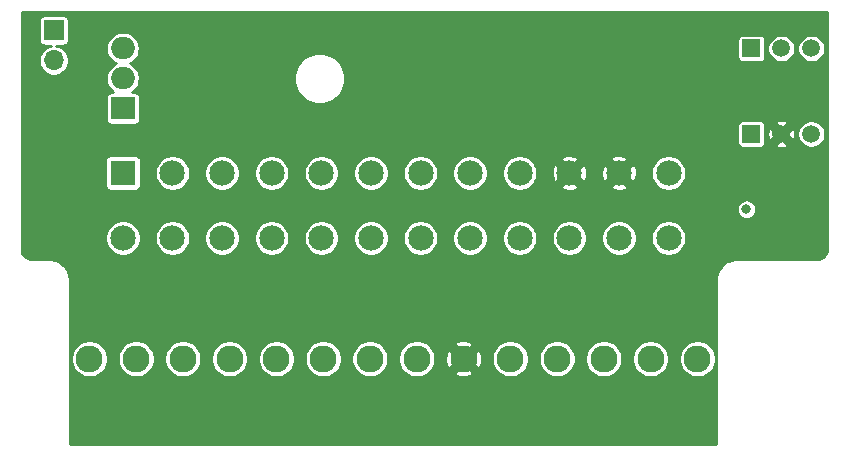
<source format=gbr>
%TF.GenerationSoftware,KiCad,Pcbnew,(5.1.6)-1*%
%TF.CreationDate,2022-09-29T15:02:27-04:00*%
%TF.ProjectId,Amiga-2000-ATX,416d6967-612d-4323-9030-302d4154582e,rev?*%
%TF.SameCoordinates,Original*%
%TF.FileFunction,Copper,L3,Inr*%
%TF.FilePolarity,Positive*%
%FSLAX46Y46*%
G04 Gerber Fmt 4.6, Leading zero omitted, Abs format (unit mm)*
G04 Created by KiCad (PCBNEW (5.1.6)-1) date 2022-09-29 15:02:27*
%MOMM*%
%LPD*%
G01*
G04 APERTURE LIST*
%TA.AperFunction,ViaPad*%
%ADD10C,2.280000*%
%TD*%
%TA.AperFunction,ViaPad*%
%ADD11R,2.150000X2.150000*%
%TD*%
%TA.AperFunction,ViaPad*%
%ADD12C,2.150000*%
%TD*%
%TA.AperFunction,ViaPad*%
%ADD13C,1.500000*%
%TD*%
%TA.AperFunction,ViaPad*%
%ADD14R,1.500000X1.500000*%
%TD*%
%TA.AperFunction,ViaPad*%
%ADD15R,1.700000X1.700000*%
%TD*%
%TA.AperFunction,ViaPad*%
%ADD16O,1.700000X1.700000*%
%TD*%
%TA.AperFunction,ViaPad*%
%ADD17R,2.000000X1.905000*%
%TD*%
%TA.AperFunction,ViaPad*%
%ADD18O,2.000000X1.905000*%
%TD*%
%TA.AperFunction,ViaPad*%
%ADD19C,0.800000*%
%TD*%
%TA.AperFunction,Conductor*%
%ADD20C,0.254000*%
%TD*%
G04 APERTURE END LIST*
D10*
%TO.N,Net-(J1-Pad14)*%
%TO.C,J1*%
X177546000Y-71865001D03*
%TO.N,/-5V*%
X173586000Y-71865001D03*
%TO.N,/5V*%
X169626000Y-71865001D03*
%TO.N,/-12V*%
X165666000Y-71865001D03*
%TO.N,Net-(J1-Pad10)*%
X161706000Y-71865001D03*
%TO.N,/12V*%
X157746000Y-71865001D03*
%TO.N,/5V*%
X133986000Y-71865001D03*
X137946000Y-71865001D03*
%TO.N,/GND*%
X153786000Y-71865001D03*
X141906000Y-71865001D03*
X149826000Y-71865001D03*
X145866000Y-71865001D03*
%TO.N,/5V*%
X130026000Y-71865001D03*
X126066000Y-71865001D03*
%TD*%
D11*
%TO.N,/3.3V*%
%TO.C,J2*%
X128905000Y-56134000D03*
D12*
X133105000Y-56134000D03*
%TO.N,/GND*%
X137305000Y-56134000D03*
%TO.N,/5V*%
X141505000Y-56134000D03*
%TO.N,/GND*%
X145705000Y-56134000D03*
%TO.N,/5V*%
X149905000Y-56134000D03*
%TO.N,/GND*%
X154105000Y-56134000D03*
%TO.N,/PG*%
X158305000Y-56134000D03*
%TO.N,/5VSB*%
X162505000Y-56134000D03*
%TO.N,/12V*%
X166705000Y-56134000D03*
X170905000Y-56134000D03*
%TO.N,/3.3V*%
X175105000Y-56134000D03*
X128905000Y-61634000D03*
%TO.N,/-12V*%
X133105000Y-61634000D03*
%TO.N,/GND*%
X137305000Y-61634000D03*
%TO.N,/PS-ON*%
X141505000Y-61634000D03*
%TO.N,/GND*%
X145705000Y-61634000D03*
X149905000Y-61634000D03*
X154105000Y-61634000D03*
%TO.N,Net-(J2-Pad20)*%
X158305000Y-61634000D03*
%TO.N,/5V*%
X162505000Y-61634000D03*
X166705000Y-61634000D03*
X170905000Y-61634000D03*
%TO.N,/GND*%
X175105000Y-61634000D03*
%TD*%
D13*
%TO.N,/GND*%
%TO.C,J3*%
X187198000Y-45593000D03*
%TO.N,/5V*%
X184658000Y-45593000D03*
D14*
%TO.N,Net-(J3-Pad1)*%
X182118000Y-45593000D03*
%TD*%
%TO.N,Net-(J4-Pad1)*%
%TO.C,J4*%
X182118000Y-52832000D03*
D13*
%TO.N,/12V*%
X184658000Y-52832000D03*
%TO.N,/GND*%
X187198000Y-52832000D03*
%TD*%
D15*
%TO.N,/GND*%
%TO.C,PWRSW*%
X123063000Y-44069000D03*
D16*
%TO.N,/PS-ON*%
X123063000Y-46609000D03*
%TD*%
D17*
%TO.N,/GND*%
%TO.C,U1*%
X128905000Y-50673000D03*
D18*
%TO.N,/-12V*%
X128905000Y-48133000D03*
%TO.N,/-5V*%
X128905000Y-45593000D03*
%TD*%
D19*
%TO.N,/5V*%
X181700000Y-59200000D03*
%TD*%
D20*
%TO.N,/12V*%
G36*
X188524000Y-62588891D02*
G01*
X188506295Y-62769464D01*
X188460275Y-62921888D01*
X188385523Y-63062476D01*
X188284889Y-63185865D01*
X188162209Y-63287355D01*
X188022151Y-63363084D01*
X187870044Y-63410170D01*
X187690883Y-63429000D01*
X180825795Y-63429000D01*
X180806037Y-63430946D01*
X180798169Y-63430891D01*
X180791888Y-63431507D01*
X180545385Y-63457415D01*
X180505280Y-63465647D01*
X180465012Y-63473329D01*
X180458970Y-63475153D01*
X180222194Y-63548448D01*
X180184391Y-63564339D01*
X180146446Y-63579670D01*
X180140877Y-63582631D01*
X180140872Y-63582633D01*
X180140868Y-63582636D01*
X179922843Y-63700521D01*
X179888889Y-63723423D01*
X179854599Y-63745862D01*
X179849718Y-63749843D01*
X179849710Y-63749849D01*
X179849703Y-63749856D01*
X179658729Y-63907844D01*
X179629864Y-63936910D01*
X179600593Y-63965575D01*
X179596575Y-63970432D01*
X179596569Y-63970438D01*
X179596565Y-63970445D01*
X179439915Y-64162516D01*
X179417239Y-64196646D01*
X179394099Y-64230441D01*
X179391100Y-64235988D01*
X179391097Y-64235992D01*
X179391097Y-64235993D01*
X179274734Y-64454841D01*
X179259117Y-64492731D01*
X179242985Y-64530369D01*
X179241121Y-64536392D01*
X179241118Y-64536399D01*
X179241118Y-64536400D01*
X179169479Y-64773679D01*
X179161518Y-64813883D01*
X179153004Y-64853938D01*
X179152344Y-64860214D01*
X179128157Y-65106893D01*
X179128157Y-65106905D01*
X179126001Y-65128795D01*
X179126000Y-69110204D01*
X179126001Y-69110214D01*
X179126000Y-79050000D01*
X124404000Y-79050000D01*
X124404000Y-71710665D01*
X124499000Y-71710665D01*
X124499000Y-72019337D01*
X124559219Y-72322078D01*
X124677343Y-72607254D01*
X124848832Y-72863905D01*
X125067096Y-73082169D01*
X125323747Y-73253658D01*
X125608923Y-73371782D01*
X125911664Y-73432001D01*
X126220336Y-73432001D01*
X126523077Y-73371782D01*
X126808253Y-73253658D01*
X127064904Y-73082169D01*
X127283168Y-72863905D01*
X127454657Y-72607254D01*
X127572781Y-72322078D01*
X127633000Y-72019337D01*
X127633000Y-71710665D01*
X128459000Y-71710665D01*
X128459000Y-72019337D01*
X128519219Y-72322078D01*
X128637343Y-72607254D01*
X128808832Y-72863905D01*
X129027096Y-73082169D01*
X129283747Y-73253658D01*
X129568923Y-73371782D01*
X129871664Y-73432001D01*
X130180336Y-73432001D01*
X130483077Y-73371782D01*
X130768253Y-73253658D01*
X131024904Y-73082169D01*
X131243168Y-72863905D01*
X131414657Y-72607254D01*
X131532781Y-72322078D01*
X131593000Y-72019337D01*
X131593000Y-71710665D01*
X132419000Y-71710665D01*
X132419000Y-72019337D01*
X132479219Y-72322078D01*
X132597343Y-72607254D01*
X132768832Y-72863905D01*
X132987096Y-73082169D01*
X133243747Y-73253658D01*
X133528923Y-73371782D01*
X133831664Y-73432001D01*
X134140336Y-73432001D01*
X134443077Y-73371782D01*
X134728253Y-73253658D01*
X134984904Y-73082169D01*
X135203168Y-72863905D01*
X135374657Y-72607254D01*
X135492781Y-72322078D01*
X135553000Y-72019337D01*
X135553000Y-71710665D01*
X136379000Y-71710665D01*
X136379000Y-72019337D01*
X136439219Y-72322078D01*
X136557343Y-72607254D01*
X136728832Y-72863905D01*
X136947096Y-73082169D01*
X137203747Y-73253658D01*
X137488923Y-73371782D01*
X137791664Y-73432001D01*
X138100336Y-73432001D01*
X138403077Y-73371782D01*
X138688253Y-73253658D01*
X138944904Y-73082169D01*
X139163168Y-72863905D01*
X139334657Y-72607254D01*
X139452781Y-72322078D01*
X139513000Y-72019337D01*
X139513000Y-71710665D01*
X140339000Y-71710665D01*
X140339000Y-72019337D01*
X140399219Y-72322078D01*
X140517343Y-72607254D01*
X140688832Y-72863905D01*
X140907096Y-73082169D01*
X141163747Y-73253658D01*
X141448923Y-73371782D01*
X141751664Y-73432001D01*
X142060336Y-73432001D01*
X142363077Y-73371782D01*
X142648253Y-73253658D01*
X142904904Y-73082169D01*
X143123168Y-72863905D01*
X143294657Y-72607254D01*
X143412781Y-72322078D01*
X143473000Y-72019337D01*
X143473000Y-71710665D01*
X144299000Y-71710665D01*
X144299000Y-72019337D01*
X144359219Y-72322078D01*
X144477343Y-72607254D01*
X144648832Y-72863905D01*
X144867096Y-73082169D01*
X145123747Y-73253658D01*
X145408923Y-73371782D01*
X145711664Y-73432001D01*
X146020336Y-73432001D01*
X146323077Y-73371782D01*
X146608253Y-73253658D01*
X146864904Y-73082169D01*
X147083168Y-72863905D01*
X147254657Y-72607254D01*
X147372781Y-72322078D01*
X147433000Y-72019337D01*
X147433000Y-71710665D01*
X148259000Y-71710665D01*
X148259000Y-72019337D01*
X148319219Y-72322078D01*
X148437343Y-72607254D01*
X148608832Y-72863905D01*
X148827096Y-73082169D01*
X149083747Y-73253658D01*
X149368923Y-73371782D01*
X149671664Y-73432001D01*
X149980336Y-73432001D01*
X150283077Y-73371782D01*
X150568253Y-73253658D01*
X150824904Y-73082169D01*
X151043168Y-72863905D01*
X151214657Y-72607254D01*
X151332781Y-72322078D01*
X151393000Y-72019337D01*
X151393000Y-71710665D01*
X152219000Y-71710665D01*
X152219000Y-72019337D01*
X152279219Y-72322078D01*
X152397343Y-72607254D01*
X152568832Y-72863905D01*
X152787096Y-73082169D01*
X153043747Y-73253658D01*
X153328923Y-73371782D01*
X153631664Y-73432001D01*
X153940336Y-73432001D01*
X154243077Y-73371782D01*
X154528253Y-73253658D01*
X154784904Y-73082169D01*
X154789228Y-73077845D01*
X156919236Y-73077845D01*
X157055362Y-73280037D01*
X157344693Y-73387584D01*
X157649445Y-73436619D01*
X157957908Y-73425258D01*
X158258227Y-73353937D01*
X158436638Y-73280037D01*
X158572764Y-73077845D01*
X157746000Y-72251081D01*
X156919236Y-73077845D01*
X154789228Y-73077845D01*
X155003168Y-72863905D01*
X155174657Y-72607254D01*
X155292781Y-72322078D01*
X155353000Y-72019337D01*
X155353000Y-71768446D01*
X156174382Y-71768446D01*
X156185743Y-72076909D01*
X156257064Y-72377228D01*
X156330964Y-72555639D01*
X156533156Y-72691765D01*
X157359920Y-71865001D01*
X158132080Y-71865001D01*
X158958844Y-72691765D01*
X159161036Y-72555639D01*
X159268583Y-72266308D01*
X159317618Y-71961556D01*
X159308378Y-71710665D01*
X160139000Y-71710665D01*
X160139000Y-72019337D01*
X160199219Y-72322078D01*
X160317343Y-72607254D01*
X160488832Y-72863905D01*
X160707096Y-73082169D01*
X160963747Y-73253658D01*
X161248923Y-73371782D01*
X161551664Y-73432001D01*
X161860336Y-73432001D01*
X162163077Y-73371782D01*
X162448253Y-73253658D01*
X162704904Y-73082169D01*
X162923168Y-72863905D01*
X163094657Y-72607254D01*
X163212781Y-72322078D01*
X163273000Y-72019337D01*
X163273000Y-71710665D01*
X164099000Y-71710665D01*
X164099000Y-72019337D01*
X164159219Y-72322078D01*
X164277343Y-72607254D01*
X164448832Y-72863905D01*
X164667096Y-73082169D01*
X164923747Y-73253658D01*
X165208923Y-73371782D01*
X165511664Y-73432001D01*
X165820336Y-73432001D01*
X166123077Y-73371782D01*
X166408253Y-73253658D01*
X166664904Y-73082169D01*
X166883168Y-72863905D01*
X167054657Y-72607254D01*
X167172781Y-72322078D01*
X167233000Y-72019337D01*
X167233000Y-71710665D01*
X168059000Y-71710665D01*
X168059000Y-72019337D01*
X168119219Y-72322078D01*
X168237343Y-72607254D01*
X168408832Y-72863905D01*
X168627096Y-73082169D01*
X168883747Y-73253658D01*
X169168923Y-73371782D01*
X169471664Y-73432001D01*
X169780336Y-73432001D01*
X170083077Y-73371782D01*
X170368253Y-73253658D01*
X170624904Y-73082169D01*
X170843168Y-72863905D01*
X171014657Y-72607254D01*
X171132781Y-72322078D01*
X171193000Y-72019337D01*
X171193000Y-71710665D01*
X172019000Y-71710665D01*
X172019000Y-72019337D01*
X172079219Y-72322078D01*
X172197343Y-72607254D01*
X172368832Y-72863905D01*
X172587096Y-73082169D01*
X172843747Y-73253658D01*
X173128923Y-73371782D01*
X173431664Y-73432001D01*
X173740336Y-73432001D01*
X174043077Y-73371782D01*
X174328253Y-73253658D01*
X174584904Y-73082169D01*
X174803168Y-72863905D01*
X174974657Y-72607254D01*
X175092781Y-72322078D01*
X175153000Y-72019337D01*
X175153000Y-71710665D01*
X175979000Y-71710665D01*
X175979000Y-72019337D01*
X176039219Y-72322078D01*
X176157343Y-72607254D01*
X176328832Y-72863905D01*
X176547096Y-73082169D01*
X176803747Y-73253658D01*
X177088923Y-73371782D01*
X177391664Y-73432001D01*
X177700336Y-73432001D01*
X178003077Y-73371782D01*
X178288253Y-73253658D01*
X178544904Y-73082169D01*
X178763168Y-72863905D01*
X178934657Y-72607254D01*
X179052781Y-72322078D01*
X179113000Y-72019337D01*
X179113000Y-71710665D01*
X179052781Y-71407924D01*
X178934657Y-71122748D01*
X178763168Y-70866097D01*
X178544904Y-70647833D01*
X178288253Y-70476344D01*
X178003077Y-70358220D01*
X177700336Y-70298001D01*
X177391664Y-70298001D01*
X177088923Y-70358220D01*
X176803747Y-70476344D01*
X176547096Y-70647833D01*
X176328832Y-70866097D01*
X176157343Y-71122748D01*
X176039219Y-71407924D01*
X175979000Y-71710665D01*
X175153000Y-71710665D01*
X175092781Y-71407924D01*
X174974657Y-71122748D01*
X174803168Y-70866097D01*
X174584904Y-70647833D01*
X174328253Y-70476344D01*
X174043077Y-70358220D01*
X173740336Y-70298001D01*
X173431664Y-70298001D01*
X173128923Y-70358220D01*
X172843747Y-70476344D01*
X172587096Y-70647833D01*
X172368832Y-70866097D01*
X172197343Y-71122748D01*
X172079219Y-71407924D01*
X172019000Y-71710665D01*
X171193000Y-71710665D01*
X171132781Y-71407924D01*
X171014657Y-71122748D01*
X170843168Y-70866097D01*
X170624904Y-70647833D01*
X170368253Y-70476344D01*
X170083077Y-70358220D01*
X169780336Y-70298001D01*
X169471664Y-70298001D01*
X169168923Y-70358220D01*
X168883747Y-70476344D01*
X168627096Y-70647833D01*
X168408832Y-70866097D01*
X168237343Y-71122748D01*
X168119219Y-71407924D01*
X168059000Y-71710665D01*
X167233000Y-71710665D01*
X167172781Y-71407924D01*
X167054657Y-71122748D01*
X166883168Y-70866097D01*
X166664904Y-70647833D01*
X166408253Y-70476344D01*
X166123077Y-70358220D01*
X165820336Y-70298001D01*
X165511664Y-70298001D01*
X165208923Y-70358220D01*
X164923747Y-70476344D01*
X164667096Y-70647833D01*
X164448832Y-70866097D01*
X164277343Y-71122748D01*
X164159219Y-71407924D01*
X164099000Y-71710665D01*
X163273000Y-71710665D01*
X163212781Y-71407924D01*
X163094657Y-71122748D01*
X162923168Y-70866097D01*
X162704904Y-70647833D01*
X162448253Y-70476344D01*
X162163077Y-70358220D01*
X161860336Y-70298001D01*
X161551664Y-70298001D01*
X161248923Y-70358220D01*
X160963747Y-70476344D01*
X160707096Y-70647833D01*
X160488832Y-70866097D01*
X160317343Y-71122748D01*
X160199219Y-71407924D01*
X160139000Y-71710665D01*
X159308378Y-71710665D01*
X159306257Y-71653093D01*
X159234936Y-71352774D01*
X159161036Y-71174363D01*
X158958844Y-71038237D01*
X158132080Y-71865001D01*
X157359920Y-71865001D01*
X156533156Y-71038237D01*
X156330964Y-71174363D01*
X156223417Y-71463694D01*
X156174382Y-71768446D01*
X155353000Y-71768446D01*
X155353000Y-71710665D01*
X155292781Y-71407924D01*
X155174657Y-71122748D01*
X155003168Y-70866097D01*
X154789228Y-70652157D01*
X156919236Y-70652157D01*
X157746000Y-71478921D01*
X158572764Y-70652157D01*
X158436638Y-70449965D01*
X158147307Y-70342418D01*
X157842555Y-70293383D01*
X157534092Y-70304744D01*
X157233773Y-70376065D01*
X157055362Y-70449965D01*
X156919236Y-70652157D01*
X154789228Y-70652157D01*
X154784904Y-70647833D01*
X154528253Y-70476344D01*
X154243077Y-70358220D01*
X153940336Y-70298001D01*
X153631664Y-70298001D01*
X153328923Y-70358220D01*
X153043747Y-70476344D01*
X152787096Y-70647833D01*
X152568832Y-70866097D01*
X152397343Y-71122748D01*
X152279219Y-71407924D01*
X152219000Y-71710665D01*
X151393000Y-71710665D01*
X151332781Y-71407924D01*
X151214657Y-71122748D01*
X151043168Y-70866097D01*
X150824904Y-70647833D01*
X150568253Y-70476344D01*
X150283077Y-70358220D01*
X149980336Y-70298001D01*
X149671664Y-70298001D01*
X149368923Y-70358220D01*
X149083747Y-70476344D01*
X148827096Y-70647833D01*
X148608832Y-70866097D01*
X148437343Y-71122748D01*
X148319219Y-71407924D01*
X148259000Y-71710665D01*
X147433000Y-71710665D01*
X147372781Y-71407924D01*
X147254657Y-71122748D01*
X147083168Y-70866097D01*
X146864904Y-70647833D01*
X146608253Y-70476344D01*
X146323077Y-70358220D01*
X146020336Y-70298001D01*
X145711664Y-70298001D01*
X145408923Y-70358220D01*
X145123747Y-70476344D01*
X144867096Y-70647833D01*
X144648832Y-70866097D01*
X144477343Y-71122748D01*
X144359219Y-71407924D01*
X144299000Y-71710665D01*
X143473000Y-71710665D01*
X143412781Y-71407924D01*
X143294657Y-71122748D01*
X143123168Y-70866097D01*
X142904904Y-70647833D01*
X142648253Y-70476344D01*
X142363077Y-70358220D01*
X142060336Y-70298001D01*
X141751664Y-70298001D01*
X141448923Y-70358220D01*
X141163747Y-70476344D01*
X140907096Y-70647833D01*
X140688832Y-70866097D01*
X140517343Y-71122748D01*
X140399219Y-71407924D01*
X140339000Y-71710665D01*
X139513000Y-71710665D01*
X139452781Y-71407924D01*
X139334657Y-71122748D01*
X139163168Y-70866097D01*
X138944904Y-70647833D01*
X138688253Y-70476344D01*
X138403077Y-70358220D01*
X138100336Y-70298001D01*
X137791664Y-70298001D01*
X137488923Y-70358220D01*
X137203747Y-70476344D01*
X136947096Y-70647833D01*
X136728832Y-70866097D01*
X136557343Y-71122748D01*
X136439219Y-71407924D01*
X136379000Y-71710665D01*
X135553000Y-71710665D01*
X135492781Y-71407924D01*
X135374657Y-71122748D01*
X135203168Y-70866097D01*
X134984904Y-70647833D01*
X134728253Y-70476344D01*
X134443077Y-70358220D01*
X134140336Y-70298001D01*
X133831664Y-70298001D01*
X133528923Y-70358220D01*
X133243747Y-70476344D01*
X132987096Y-70647833D01*
X132768832Y-70866097D01*
X132597343Y-71122748D01*
X132479219Y-71407924D01*
X132419000Y-71710665D01*
X131593000Y-71710665D01*
X131532781Y-71407924D01*
X131414657Y-71122748D01*
X131243168Y-70866097D01*
X131024904Y-70647833D01*
X130768253Y-70476344D01*
X130483077Y-70358220D01*
X130180336Y-70298001D01*
X129871664Y-70298001D01*
X129568923Y-70358220D01*
X129283747Y-70476344D01*
X129027096Y-70647833D01*
X128808832Y-70866097D01*
X128637343Y-71122748D01*
X128519219Y-71407924D01*
X128459000Y-71710665D01*
X127633000Y-71710665D01*
X127572781Y-71407924D01*
X127454657Y-71122748D01*
X127283168Y-70866097D01*
X127064904Y-70647833D01*
X126808253Y-70476344D01*
X126523077Y-70358220D01*
X126220336Y-70298001D01*
X125911664Y-70298001D01*
X125608923Y-70358220D01*
X125323747Y-70476344D01*
X125067096Y-70647833D01*
X124848832Y-70866097D01*
X124677343Y-71122748D01*
X124559219Y-71407924D01*
X124499000Y-71710665D01*
X124404000Y-71710665D01*
X124404000Y-65128795D01*
X124402054Y-65109037D01*
X124402109Y-65101169D01*
X124401493Y-65094888D01*
X124375585Y-64848385D01*
X124367353Y-64808280D01*
X124359671Y-64768012D01*
X124357847Y-64761970D01*
X124284552Y-64525194D01*
X124268661Y-64487391D01*
X124253330Y-64449446D01*
X124250367Y-64443873D01*
X124250367Y-64443872D01*
X124250364Y-64443868D01*
X124132479Y-64225843D01*
X124109577Y-64191889D01*
X124087138Y-64157599D01*
X124083157Y-64152718D01*
X124083151Y-64152710D01*
X124083144Y-64152703D01*
X123925156Y-63961729D01*
X123896090Y-63932864D01*
X123867425Y-63903593D01*
X123862568Y-63899575D01*
X123862562Y-63899569D01*
X123862555Y-63899565D01*
X123670484Y-63742915D01*
X123636354Y-63720239D01*
X123602559Y-63697099D01*
X123597012Y-63694100D01*
X123597008Y-63694097D01*
X123597004Y-63694095D01*
X123378159Y-63577734D01*
X123340269Y-63562117D01*
X123302631Y-63545985D01*
X123296608Y-63544121D01*
X123296601Y-63544118D01*
X123296594Y-63544117D01*
X123059321Y-63472479D01*
X123019117Y-63464518D01*
X122979062Y-63456004D01*
X122972788Y-63455344D01*
X122972786Y-63455344D01*
X122726107Y-63431157D01*
X122726105Y-63431157D01*
X122704205Y-63429000D01*
X121180109Y-63429000D01*
X120999536Y-63411295D01*
X120847112Y-63365275D01*
X120706524Y-63290523D01*
X120583135Y-63189889D01*
X120481645Y-63067209D01*
X120405916Y-62927151D01*
X120358830Y-62775044D01*
X120340000Y-62595883D01*
X120340000Y-61486066D01*
X127403000Y-61486066D01*
X127403000Y-61781934D01*
X127460721Y-62072117D01*
X127573944Y-62345464D01*
X127738320Y-62591469D01*
X127947531Y-62800680D01*
X128193536Y-62965056D01*
X128466883Y-63078279D01*
X128757066Y-63136000D01*
X129052934Y-63136000D01*
X129343117Y-63078279D01*
X129616464Y-62965056D01*
X129862469Y-62800680D01*
X130071680Y-62591469D01*
X130236056Y-62345464D01*
X130349279Y-62072117D01*
X130407000Y-61781934D01*
X130407000Y-61486066D01*
X131603000Y-61486066D01*
X131603000Y-61781934D01*
X131660721Y-62072117D01*
X131773944Y-62345464D01*
X131938320Y-62591469D01*
X132147531Y-62800680D01*
X132393536Y-62965056D01*
X132666883Y-63078279D01*
X132957066Y-63136000D01*
X133252934Y-63136000D01*
X133543117Y-63078279D01*
X133816464Y-62965056D01*
X134062469Y-62800680D01*
X134271680Y-62591469D01*
X134436056Y-62345464D01*
X134549279Y-62072117D01*
X134607000Y-61781934D01*
X134607000Y-61486066D01*
X135803000Y-61486066D01*
X135803000Y-61781934D01*
X135860721Y-62072117D01*
X135973944Y-62345464D01*
X136138320Y-62591469D01*
X136347531Y-62800680D01*
X136593536Y-62965056D01*
X136866883Y-63078279D01*
X137157066Y-63136000D01*
X137452934Y-63136000D01*
X137743117Y-63078279D01*
X138016464Y-62965056D01*
X138262469Y-62800680D01*
X138471680Y-62591469D01*
X138636056Y-62345464D01*
X138749279Y-62072117D01*
X138807000Y-61781934D01*
X138807000Y-61486066D01*
X140003000Y-61486066D01*
X140003000Y-61781934D01*
X140060721Y-62072117D01*
X140173944Y-62345464D01*
X140338320Y-62591469D01*
X140547531Y-62800680D01*
X140793536Y-62965056D01*
X141066883Y-63078279D01*
X141357066Y-63136000D01*
X141652934Y-63136000D01*
X141943117Y-63078279D01*
X142216464Y-62965056D01*
X142462469Y-62800680D01*
X142671680Y-62591469D01*
X142836056Y-62345464D01*
X142949279Y-62072117D01*
X143007000Y-61781934D01*
X143007000Y-61486066D01*
X144203000Y-61486066D01*
X144203000Y-61781934D01*
X144260721Y-62072117D01*
X144373944Y-62345464D01*
X144538320Y-62591469D01*
X144747531Y-62800680D01*
X144993536Y-62965056D01*
X145266883Y-63078279D01*
X145557066Y-63136000D01*
X145852934Y-63136000D01*
X146143117Y-63078279D01*
X146416464Y-62965056D01*
X146662469Y-62800680D01*
X146871680Y-62591469D01*
X147036056Y-62345464D01*
X147149279Y-62072117D01*
X147207000Y-61781934D01*
X147207000Y-61486066D01*
X148403000Y-61486066D01*
X148403000Y-61781934D01*
X148460721Y-62072117D01*
X148573944Y-62345464D01*
X148738320Y-62591469D01*
X148947531Y-62800680D01*
X149193536Y-62965056D01*
X149466883Y-63078279D01*
X149757066Y-63136000D01*
X150052934Y-63136000D01*
X150343117Y-63078279D01*
X150616464Y-62965056D01*
X150862469Y-62800680D01*
X151071680Y-62591469D01*
X151236056Y-62345464D01*
X151349279Y-62072117D01*
X151407000Y-61781934D01*
X151407000Y-61486066D01*
X152603000Y-61486066D01*
X152603000Y-61781934D01*
X152660721Y-62072117D01*
X152773944Y-62345464D01*
X152938320Y-62591469D01*
X153147531Y-62800680D01*
X153393536Y-62965056D01*
X153666883Y-63078279D01*
X153957066Y-63136000D01*
X154252934Y-63136000D01*
X154543117Y-63078279D01*
X154816464Y-62965056D01*
X155062469Y-62800680D01*
X155271680Y-62591469D01*
X155436056Y-62345464D01*
X155549279Y-62072117D01*
X155607000Y-61781934D01*
X155607000Y-61486066D01*
X156803000Y-61486066D01*
X156803000Y-61781934D01*
X156860721Y-62072117D01*
X156973944Y-62345464D01*
X157138320Y-62591469D01*
X157347531Y-62800680D01*
X157593536Y-62965056D01*
X157866883Y-63078279D01*
X158157066Y-63136000D01*
X158452934Y-63136000D01*
X158743117Y-63078279D01*
X159016464Y-62965056D01*
X159262469Y-62800680D01*
X159471680Y-62591469D01*
X159636056Y-62345464D01*
X159749279Y-62072117D01*
X159807000Y-61781934D01*
X159807000Y-61486066D01*
X161003000Y-61486066D01*
X161003000Y-61781934D01*
X161060721Y-62072117D01*
X161173944Y-62345464D01*
X161338320Y-62591469D01*
X161547531Y-62800680D01*
X161793536Y-62965056D01*
X162066883Y-63078279D01*
X162357066Y-63136000D01*
X162652934Y-63136000D01*
X162943117Y-63078279D01*
X163216464Y-62965056D01*
X163462469Y-62800680D01*
X163671680Y-62591469D01*
X163836056Y-62345464D01*
X163949279Y-62072117D01*
X164007000Y-61781934D01*
X164007000Y-61486066D01*
X165203000Y-61486066D01*
X165203000Y-61781934D01*
X165260721Y-62072117D01*
X165373944Y-62345464D01*
X165538320Y-62591469D01*
X165747531Y-62800680D01*
X165993536Y-62965056D01*
X166266883Y-63078279D01*
X166557066Y-63136000D01*
X166852934Y-63136000D01*
X167143117Y-63078279D01*
X167416464Y-62965056D01*
X167662469Y-62800680D01*
X167871680Y-62591469D01*
X168036056Y-62345464D01*
X168149279Y-62072117D01*
X168207000Y-61781934D01*
X168207000Y-61486066D01*
X169403000Y-61486066D01*
X169403000Y-61781934D01*
X169460721Y-62072117D01*
X169573944Y-62345464D01*
X169738320Y-62591469D01*
X169947531Y-62800680D01*
X170193536Y-62965056D01*
X170466883Y-63078279D01*
X170757066Y-63136000D01*
X171052934Y-63136000D01*
X171343117Y-63078279D01*
X171616464Y-62965056D01*
X171862469Y-62800680D01*
X172071680Y-62591469D01*
X172236056Y-62345464D01*
X172349279Y-62072117D01*
X172407000Y-61781934D01*
X172407000Y-61486066D01*
X173603000Y-61486066D01*
X173603000Y-61781934D01*
X173660721Y-62072117D01*
X173773944Y-62345464D01*
X173938320Y-62591469D01*
X174147531Y-62800680D01*
X174393536Y-62965056D01*
X174666883Y-63078279D01*
X174957066Y-63136000D01*
X175252934Y-63136000D01*
X175543117Y-63078279D01*
X175816464Y-62965056D01*
X176062469Y-62800680D01*
X176271680Y-62591469D01*
X176436056Y-62345464D01*
X176549279Y-62072117D01*
X176607000Y-61781934D01*
X176607000Y-61486066D01*
X176549279Y-61195883D01*
X176436056Y-60922536D01*
X176271680Y-60676531D01*
X176062469Y-60467320D01*
X175816464Y-60302944D01*
X175543117Y-60189721D01*
X175252934Y-60132000D01*
X174957066Y-60132000D01*
X174666883Y-60189721D01*
X174393536Y-60302944D01*
X174147531Y-60467320D01*
X173938320Y-60676531D01*
X173773944Y-60922536D01*
X173660721Y-61195883D01*
X173603000Y-61486066D01*
X172407000Y-61486066D01*
X172349279Y-61195883D01*
X172236056Y-60922536D01*
X172071680Y-60676531D01*
X171862469Y-60467320D01*
X171616464Y-60302944D01*
X171343117Y-60189721D01*
X171052934Y-60132000D01*
X170757066Y-60132000D01*
X170466883Y-60189721D01*
X170193536Y-60302944D01*
X169947531Y-60467320D01*
X169738320Y-60676531D01*
X169573944Y-60922536D01*
X169460721Y-61195883D01*
X169403000Y-61486066D01*
X168207000Y-61486066D01*
X168149279Y-61195883D01*
X168036056Y-60922536D01*
X167871680Y-60676531D01*
X167662469Y-60467320D01*
X167416464Y-60302944D01*
X167143117Y-60189721D01*
X166852934Y-60132000D01*
X166557066Y-60132000D01*
X166266883Y-60189721D01*
X165993536Y-60302944D01*
X165747531Y-60467320D01*
X165538320Y-60676531D01*
X165373944Y-60922536D01*
X165260721Y-61195883D01*
X165203000Y-61486066D01*
X164007000Y-61486066D01*
X163949279Y-61195883D01*
X163836056Y-60922536D01*
X163671680Y-60676531D01*
X163462469Y-60467320D01*
X163216464Y-60302944D01*
X162943117Y-60189721D01*
X162652934Y-60132000D01*
X162357066Y-60132000D01*
X162066883Y-60189721D01*
X161793536Y-60302944D01*
X161547531Y-60467320D01*
X161338320Y-60676531D01*
X161173944Y-60922536D01*
X161060721Y-61195883D01*
X161003000Y-61486066D01*
X159807000Y-61486066D01*
X159749279Y-61195883D01*
X159636056Y-60922536D01*
X159471680Y-60676531D01*
X159262469Y-60467320D01*
X159016464Y-60302944D01*
X158743117Y-60189721D01*
X158452934Y-60132000D01*
X158157066Y-60132000D01*
X157866883Y-60189721D01*
X157593536Y-60302944D01*
X157347531Y-60467320D01*
X157138320Y-60676531D01*
X156973944Y-60922536D01*
X156860721Y-61195883D01*
X156803000Y-61486066D01*
X155607000Y-61486066D01*
X155549279Y-61195883D01*
X155436056Y-60922536D01*
X155271680Y-60676531D01*
X155062469Y-60467320D01*
X154816464Y-60302944D01*
X154543117Y-60189721D01*
X154252934Y-60132000D01*
X153957066Y-60132000D01*
X153666883Y-60189721D01*
X153393536Y-60302944D01*
X153147531Y-60467320D01*
X152938320Y-60676531D01*
X152773944Y-60922536D01*
X152660721Y-61195883D01*
X152603000Y-61486066D01*
X151407000Y-61486066D01*
X151349279Y-61195883D01*
X151236056Y-60922536D01*
X151071680Y-60676531D01*
X150862469Y-60467320D01*
X150616464Y-60302944D01*
X150343117Y-60189721D01*
X150052934Y-60132000D01*
X149757066Y-60132000D01*
X149466883Y-60189721D01*
X149193536Y-60302944D01*
X148947531Y-60467320D01*
X148738320Y-60676531D01*
X148573944Y-60922536D01*
X148460721Y-61195883D01*
X148403000Y-61486066D01*
X147207000Y-61486066D01*
X147149279Y-61195883D01*
X147036056Y-60922536D01*
X146871680Y-60676531D01*
X146662469Y-60467320D01*
X146416464Y-60302944D01*
X146143117Y-60189721D01*
X145852934Y-60132000D01*
X145557066Y-60132000D01*
X145266883Y-60189721D01*
X144993536Y-60302944D01*
X144747531Y-60467320D01*
X144538320Y-60676531D01*
X144373944Y-60922536D01*
X144260721Y-61195883D01*
X144203000Y-61486066D01*
X143007000Y-61486066D01*
X142949279Y-61195883D01*
X142836056Y-60922536D01*
X142671680Y-60676531D01*
X142462469Y-60467320D01*
X142216464Y-60302944D01*
X141943117Y-60189721D01*
X141652934Y-60132000D01*
X141357066Y-60132000D01*
X141066883Y-60189721D01*
X140793536Y-60302944D01*
X140547531Y-60467320D01*
X140338320Y-60676531D01*
X140173944Y-60922536D01*
X140060721Y-61195883D01*
X140003000Y-61486066D01*
X138807000Y-61486066D01*
X138749279Y-61195883D01*
X138636056Y-60922536D01*
X138471680Y-60676531D01*
X138262469Y-60467320D01*
X138016464Y-60302944D01*
X137743117Y-60189721D01*
X137452934Y-60132000D01*
X137157066Y-60132000D01*
X136866883Y-60189721D01*
X136593536Y-60302944D01*
X136347531Y-60467320D01*
X136138320Y-60676531D01*
X135973944Y-60922536D01*
X135860721Y-61195883D01*
X135803000Y-61486066D01*
X134607000Y-61486066D01*
X134549279Y-61195883D01*
X134436056Y-60922536D01*
X134271680Y-60676531D01*
X134062469Y-60467320D01*
X133816464Y-60302944D01*
X133543117Y-60189721D01*
X133252934Y-60132000D01*
X132957066Y-60132000D01*
X132666883Y-60189721D01*
X132393536Y-60302944D01*
X132147531Y-60467320D01*
X131938320Y-60676531D01*
X131773944Y-60922536D01*
X131660721Y-61195883D01*
X131603000Y-61486066D01*
X130407000Y-61486066D01*
X130349279Y-61195883D01*
X130236056Y-60922536D01*
X130071680Y-60676531D01*
X129862469Y-60467320D01*
X129616464Y-60302944D01*
X129343117Y-60189721D01*
X129052934Y-60132000D01*
X128757066Y-60132000D01*
X128466883Y-60189721D01*
X128193536Y-60302944D01*
X127947531Y-60467320D01*
X127738320Y-60676531D01*
X127573944Y-60922536D01*
X127460721Y-61195883D01*
X127403000Y-61486066D01*
X120340000Y-61486066D01*
X120340000Y-59118548D01*
X180873000Y-59118548D01*
X180873000Y-59281452D01*
X180904782Y-59441227D01*
X180967123Y-59591731D01*
X181057628Y-59727181D01*
X181172819Y-59842372D01*
X181308269Y-59932877D01*
X181458773Y-59995218D01*
X181618548Y-60027000D01*
X181781452Y-60027000D01*
X181941227Y-59995218D01*
X182091731Y-59932877D01*
X182227181Y-59842372D01*
X182342372Y-59727181D01*
X182432877Y-59591731D01*
X182495218Y-59441227D01*
X182527000Y-59281452D01*
X182527000Y-59118548D01*
X182495218Y-58958773D01*
X182432877Y-58808269D01*
X182342372Y-58672819D01*
X182227181Y-58557628D01*
X182091731Y-58467123D01*
X181941227Y-58404782D01*
X181781452Y-58373000D01*
X181618548Y-58373000D01*
X181458773Y-58404782D01*
X181308269Y-58467123D01*
X181172819Y-58557628D01*
X181057628Y-58672819D01*
X180967123Y-58808269D01*
X180904782Y-58958773D01*
X180873000Y-59118548D01*
X120340000Y-59118548D01*
X120340000Y-55059000D01*
X127400934Y-55059000D01*
X127400934Y-57209000D01*
X127409178Y-57292707D01*
X127433595Y-57373196D01*
X127473245Y-57447376D01*
X127526605Y-57512395D01*
X127591624Y-57565755D01*
X127665804Y-57605405D01*
X127746293Y-57629822D01*
X127830000Y-57638066D01*
X129980000Y-57638066D01*
X130063707Y-57629822D01*
X130144196Y-57605405D01*
X130218376Y-57565755D01*
X130283395Y-57512395D01*
X130336755Y-57447376D01*
X130376405Y-57373196D01*
X130400822Y-57292707D01*
X130409066Y-57209000D01*
X130409066Y-55986066D01*
X131603000Y-55986066D01*
X131603000Y-56281934D01*
X131660721Y-56572117D01*
X131773944Y-56845464D01*
X131938320Y-57091469D01*
X132147531Y-57300680D01*
X132393536Y-57465056D01*
X132666883Y-57578279D01*
X132957066Y-57636000D01*
X133252934Y-57636000D01*
X133543117Y-57578279D01*
X133816464Y-57465056D01*
X134062469Y-57300680D01*
X134271680Y-57091469D01*
X134436056Y-56845464D01*
X134549279Y-56572117D01*
X134607000Y-56281934D01*
X134607000Y-55986066D01*
X135803000Y-55986066D01*
X135803000Y-56281934D01*
X135860721Y-56572117D01*
X135973944Y-56845464D01*
X136138320Y-57091469D01*
X136347531Y-57300680D01*
X136593536Y-57465056D01*
X136866883Y-57578279D01*
X137157066Y-57636000D01*
X137452934Y-57636000D01*
X137743117Y-57578279D01*
X138016464Y-57465056D01*
X138262469Y-57300680D01*
X138471680Y-57091469D01*
X138636056Y-56845464D01*
X138749279Y-56572117D01*
X138807000Y-56281934D01*
X138807000Y-55986066D01*
X140003000Y-55986066D01*
X140003000Y-56281934D01*
X140060721Y-56572117D01*
X140173944Y-56845464D01*
X140338320Y-57091469D01*
X140547531Y-57300680D01*
X140793536Y-57465056D01*
X141066883Y-57578279D01*
X141357066Y-57636000D01*
X141652934Y-57636000D01*
X141943117Y-57578279D01*
X142216464Y-57465056D01*
X142462469Y-57300680D01*
X142671680Y-57091469D01*
X142836056Y-56845464D01*
X142949279Y-56572117D01*
X143007000Y-56281934D01*
X143007000Y-55986066D01*
X144203000Y-55986066D01*
X144203000Y-56281934D01*
X144260721Y-56572117D01*
X144373944Y-56845464D01*
X144538320Y-57091469D01*
X144747531Y-57300680D01*
X144993536Y-57465056D01*
X145266883Y-57578279D01*
X145557066Y-57636000D01*
X145852934Y-57636000D01*
X146143117Y-57578279D01*
X146416464Y-57465056D01*
X146662469Y-57300680D01*
X146871680Y-57091469D01*
X147036056Y-56845464D01*
X147149279Y-56572117D01*
X147207000Y-56281934D01*
X147207000Y-55986066D01*
X148403000Y-55986066D01*
X148403000Y-56281934D01*
X148460721Y-56572117D01*
X148573944Y-56845464D01*
X148738320Y-57091469D01*
X148947531Y-57300680D01*
X149193536Y-57465056D01*
X149466883Y-57578279D01*
X149757066Y-57636000D01*
X150052934Y-57636000D01*
X150343117Y-57578279D01*
X150616464Y-57465056D01*
X150862469Y-57300680D01*
X151071680Y-57091469D01*
X151236056Y-56845464D01*
X151349279Y-56572117D01*
X151407000Y-56281934D01*
X151407000Y-55986066D01*
X152603000Y-55986066D01*
X152603000Y-56281934D01*
X152660721Y-56572117D01*
X152773944Y-56845464D01*
X152938320Y-57091469D01*
X153147531Y-57300680D01*
X153393536Y-57465056D01*
X153666883Y-57578279D01*
X153957066Y-57636000D01*
X154252934Y-57636000D01*
X154543117Y-57578279D01*
X154816464Y-57465056D01*
X155062469Y-57300680D01*
X155271680Y-57091469D01*
X155436056Y-56845464D01*
X155549279Y-56572117D01*
X155607000Y-56281934D01*
X155607000Y-55986066D01*
X156803000Y-55986066D01*
X156803000Y-56281934D01*
X156860721Y-56572117D01*
X156973944Y-56845464D01*
X157138320Y-57091469D01*
X157347531Y-57300680D01*
X157593536Y-57465056D01*
X157866883Y-57578279D01*
X158157066Y-57636000D01*
X158452934Y-57636000D01*
X158743117Y-57578279D01*
X159016464Y-57465056D01*
X159262469Y-57300680D01*
X159471680Y-57091469D01*
X159636056Y-56845464D01*
X159749279Y-56572117D01*
X159807000Y-56281934D01*
X159807000Y-55986066D01*
X161003000Y-55986066D01*
X161003000Y-56281934D01*
X161060721Y-56572117D01*
X161173944Y-56845464D01*
X161338320Y-57091469D01*
X161547531Y-57300680D01*
X161793536Y-57465056D01*
X162066883Y-57578279D01*
X162357066Y-57636000D01*
X162652934Y-57636000D01*
X162943117Y-57578279D01*
X163216464Y-57465056D01*
X163462469Y-57300680D01*
X163463348Y-57299801D01*
X165925279Y-57299801D01*
X166053370Y-57495347D01*
X166331476Y-57596317D01*
X166623937Y-57641089D01*
X166919514Y-57627946D01*
X167206846Y-57557390D01*
X167356630Y-57495347D01*
X167484721Y-57299801D01*
X170125279Y-57299801D01*
X170253370Y-57495347D01*
X170531476Y-57596317D01*
X170823937Y-57641089D01*
X171119514Y-57627946D01*
X171406846Y-57557390D01*
X171556630Y-57495347D01*
X171684721Y-57299801D01*
X170905000Y-56520080D01*
X170125279Y-57299801D01*
X167484721Y-57299801D01*
X166705000Y-56520080D01*
X165925279Y-57299801D01*
X163463348Y-57299801D01*
X163671680Y-57091469D01*
X163836056Y-56845464D01*
X163949279Y-56572117D01*
X164007000Y-56281934D01*
X164007000Y-56052937D01*
X165197911Y-56052937D01*
X165211054Y-56348514D01*
X165281610Y-56635846D01*
X165343653Y-56785630D01*
X165539199Y-56913721D01*
X166318920Y-56134000D01*
X167091080Y-56134000D01*
X167870801Y-56913721D01*
X168066347Y-56785630D01*
X168167317Y-56507524D01*
X168212089Y-56215063D01*
X168204880Y-56052937D01*
X169397911Y-56052937D01*
X169411054Y-56348514D01*
X169481610Y-56635846D01*
X169543653Y-56785630D01*
X169739199Y-56913721D01*
X170518920Y-56134000D01*
X171291080Y-56134000D01*
X172070801Y-56913721D01*
X172266347Y-56785630D01*
X172367317Y-56507524D01*
X172412089Y-56215063D01*
X172401907Y-55986066D01*
X173603000Y-55986066D01*
X173603000Y-56281934D01*
X173660721Y-56572117D01*
X173773944Y-56845464D01*
X173938320Y-57091469D01*
X174147531Y-57300680D01*
X174393536Y-57465056D01*
X174666883Y-57578279D01*
X174957066Y-57636000D01*
X175252934Y-57636000D01*
X175543117Y-57578279D01*
X175816464Y-57465056D01*
X176062469Y-57300680D01*
X176271680Y-57091469D01*
X176436056Y-56845464D01*
X176549279Y-56572117D01*
X176607000Y-56281934D01*
X176607000Y-55986066D01*
X176549279Y-55695883D01*
X176436056Y-55422536D01*
X176271680Y-55176531D01*
X176062469Y-54967320D01*
X175816464Y-54802944D01*
X175543117Y-54689721D01*
X175252934Y-54632000D01*
X174957066Y-54632000D01*
X174666883Y-54689721D01*
X174393536Y-54802944D01*
X174147531Y-54967320D01*
X173938320Y-55176531D01*
X173773944Y-55422536D01*
X173660721Y-55695883D01*
X173603000Y-55986066D01*
X172401907Y-55986066D01*
X172398946Y-55919486D01*
X172328390Y-55632154D01*
X172266347Y-55482370D01*
X172070801Y-55354279D01*
X171291080Y-56134000D01*
X170518920Y-56134000D01*
X169739199Y-55354279D01*
X169543653Y-55482370D01*
X169442683Y-55760476D01*
X169397911Y-56052937D01*
X168204880Y-56052937D01*
X168198946Y-55919486D01*
X168128390Y-55632154D01*
X168066347Y-55482370D01*
X167870801Y-55354279D01*
X167091080Y-56134000D01*
X166318920Y-56134000D01*
X165539199Y-55354279D01*
X165343653Y-55482370D01*
X165242683Y-55760476D01*
X165197911Y-56052937D01*
X164007000Y-56052937D01*
X164007000Y-55986066D01*
X163949279Y-55695883D01*
X163836056Y-55422536D01*
X163671680Y-55176531D01*
X163463348Y-54968199D01*
X165925279Y-54968199D01*
X166705000Y-55747920D01*
X167484721Y-54968199D01*
X170125279Y-54968199D01*
X170905000Y-55747920D01*
X171684721Y-54968199D01*
X171556630Y-54772653D01*
X171278524Y-54671683D01*
X170986063Y-54626911D01*
X170690486Y-54640054D01*
X170403154Y-54710610D01*
X170253370Y-54772653D01*
X170125279Y-54968199D01*
X167484721Y-54968199D01*
X167356630Y-54772653D01*
X167078524Y-54671683D01*
X166786063Y-54626911D01*
X166490486Y-54640054D01*
X166203154Y-54710610D01*
X166053370Y-54772653D01*
X165925279Y-54968199D01*
X163463348Y-54968199D01*
X163462469Y-54967320D01*
X163216464Y-54802944D01*
X162943117Y-54689721D01*
X162652934Y-54632000D01*
X162357066Y-54632000D01*
X162066883Y-54689721D01*
X161793536Y-54802944D01*
X161547531Y-54967320D01*
X161338320Y-55176531D01*
X161173944Y-55422536D01*
X161060721Y-55695883D01*
X161003000Y-55986066D01*
X159807000Y-55986066D01*
X159749279Y-55695883D01*
X159636056Y-55422536D01*
X159471680Y-55176531D01*
X159262469Y-54967320D01*
X159016464Y-54802944D01*
X158743117Y-54689721D01*
X158452934Y-54632000D01*
X158157066Y-54632000D01*
X157866883Y-54689721D01*
X157593536Y-54802944D01*
X157347531Y-54967320D01*
X157138320Y-55176531D01*
X156973944Y-55422536D01*
X156860721Y-55695883D01*
X156803000Y-55986066D01*
X155607000Y-55986066D01*
X155549279Y-55695883D01*
X155436056Y-55422536D01*
X155271680Y-55176531D01*
X155062469Y-54967320D01*
X154816464Y-54802944D01*
X154543117Y-54689721D01*
X154252934Y-54632000D01*
X153957066Y-54632000D01*
X153666883Y-54689721D01*
X153393536Y-54802944D01*
X153147531Y-54967320D01*
X152938320Y-55176531D01*
X152773944Y-55422536D01*
X152660721Y-55695883D01*
X152603000Y-55986066D01*
X151407000Y-55986066D01*
X151349279Y-55695883D01*
X151236056Y-55422536D01*
X151071680Y-55176531D01*
X150862469Y-54967320D01*
X150616464Y-54802944D01*
X150343117Y-54689721D01*
X150052934Y-54632000D01*
X149757066Y-54632000D01*
X149466883Y-54689721D01*
X149193536Y-54802944D01*
X148947531Y-54967320D01*
X148738320Y-55176531D01*
X148573944Y-55422536D01*
X148460721Y-55695883D01*
X148403000Y-55986066D01*
X147207000Y-55986066D01*
X147149279Y-55695883D01*
X147036056Y-55422536D01*
X146871680Y-55176531D01*
X146662469Y-54967320D01*
X146416464Y-54802944D01*
X146143117Y-54689721D01*
X145852934Y-54632000D01*
X145557066Y-54632000D01*
X145266883Y-54689721D01*
X144993536Y-54802944D01*
X144747531Y-54967320D01*
X144538320Y-55176531D01*
X144373944Y-55422536D01*
X144260721Y-55695883D01*
X144203000Y-55986066D01*
X143007000Y-55986066D01*
X142949279Y-55695883D01*
X142836056Y-55422536D01*
X142671680Y-55176531D01*
X142462469Y-54967320D01*
X142216464Y-54802944D01*
X141943117Y-54689721D01*
X141652934Y-54632000D01*
X141357066Y-54632000D01*
X141066883Y-54689721D01*
X140793536Y-54802944D01*
X140547531Y-54967320D01*
X140338320Y-55176531D01*
X140173944Y-55422536D01*
X140060721Y-55695883D01*
X140003000Y-55986066D01*
X138807000Y-55986066D01*
X138749279Y-55695883D01*
X138636056Y-55422536D01*
X138471680Y-55176531D01*
X138262469Y-54967320D01*
X138016464Y-54802944D01*
X137743117Y-54689721D01*
X137452934Y-54632000D01*
X137157066Y-54632000D01*
X136866883Y-54689721D01*
X136593536Y-54802944D01*
X136347531Y-54967320D01*
X136138320Y-55176531D01*
X135973944Y-55422536D01*
X135860721Y-55695883D01*
X135803000Y-55986066D01*
X134607000Y-55986066D01*
X134549279Y-55695883D01*
X134436056Y-55422536D01*
X134271680Y-55176531D01*
X134062469Y-54967320D01*
X133816464Y-54802944D01*
X133543117Y-54689721D01*
X133252934Y-54632000D01*
X132957066Y-54632000D01*
X132666883Y-54689721D01*
X132393536Y-54802944D01*
X132147531Y-54967320D01*
X131938320Y-55176531D01*
X131773944Y-55422536D01*
X131660721Y-55695883D01*
X131603000Y-55986066D01*
X130409066Y-55986066D01*
X130409066Y-55059000D01*
X130400822Y-54975293D01*
X130376405Y-54894804D01*
X130336755Y-54820624D01*
X130283395Y-54755605D01*
X130218376Y-54702245D01*
X130144196Y-54662595D01*
X130063707Y-54638178D01*
X129980000Y-54629934D01*
X127830000Y-54629934D01*
X127746293Y-54638178D01*
X127665804Y-54662595D01*
X127591624Y-54702245D01*
X127526605Y-54755605D01*
X127473245Y-54820624D01*
X127433595Y-54894804D01*
X127409178Y-54975293D01*
X127400934Y-55059000D01*
X120340000Y-55059000D01*
X120340000Y-52082000D01*
X180938934Y-52082000D01*
X180938934Y-53582000D01*
X180947178Y-53665707D01*
X180971595Y-53746196D01*
X181011245Y-53820376D01*
X181064605Y-53885395D01*
X181129624Y-53938755D01*
X181203804Y-53978405D01*
X181284293Y-54002822D01*
X181368000Y-54011066D01*
X182868000Y-54011066D01*
X182951707Y-54002822D01*
X183032196Y-53978405D01*
X183106376Y-53938755D01*
X183171395Y-53885395D01*
X183224755Y-53820376D01*
X183256518Y-53760951D01*
X184115129Y-53760951D01*
X184202464Y-53923447D01*
X184424148Y-53991346D01*
X184654819Y-54014692D01*
X184885611Y-53992588D01*
X185107658Y-53925883D01*
X185113536Y-53923447D01*
X185200871Y-53760951D01*
X184658000Y-53218080D01*
X184115129Y-53760951D01*
X183256518Y-53760951D01*
X183264405Y-53746196D01*
X183288822Y-53665707D01*
X183297066Y-53582000D01*
X183297066Y-52828819D01*
X183475308Y-52828819D01*
X183497412Y-53059611D01*
X183564117Y-53281658D01*
X183566553Y-53287536D01*
X183729049Y-53374871D01*
X184271920Y-52832000D01*
X185044080Y-52832000D01*
X185586951Y-53374871D01*
X185749447Y-53287536D01*
X185817346Y-53065852D01*
X185840692Y-52835181D01*
X185829285Y-52716076D01*
X186021000Y-52716076D01*
X186021000Y-52947924D01*
X186066231Y-53175318D01*
X186154956Y-53389519D01*
X186283764Y-53582294D01*
X186447706Y-53746236D01*
X186640481Y-53875044D01*
X186854682Y-53963769D01*
X187082076Y-54009000D01*
X187313924Y-54009000D01*
X187541318Y-53963769D01*
X187755519Y-53875044D01*
X187948294Y-53746236D01*
X188112236Y-53582294D01*
X188241044Y-53389519D01*
X188329769Y-53175318D01*
X188375000Y-52947924D01*
X188375000Y-52716076D01*
X188329769Y-52488682D01*
X188241044Y-52274481D01*
X188112236Y-52081706D01*
X187948294Y-51917764D01*
X187755519Y-51788956D01*
X187541318Y-51700231D01*
X187313924Y-51655000D01*
X187082076Y-51655000D01*
X186854682Y-51700231D01*
X186640481Y-51788956D01*
X186447706Y-51917764D01*
X186283764Y-52081706D01*
X186154956Y-52274481D01*
X186066231Y-52488682D01*
X186021000Y-52716076D01*
X185829285Y-52716076D01*
X185818588Y-52604389D01*
X185751883Y-52382342D01*
X185749447Y-52376464D01*
X185586951Y-52289129D01*
X185044080Y-52832000D01*
X184271920Y-52832000D01*
X183729049Y-52289129D01*
X183566553Y-52376464D01*
X183498654Y-52598148D01*
X183475308Y-52828819D01*
X183297066Y-52828819D01*
X183297066Y-52082000D01*
X183288822Y-51998293D01*
X183264405Y-51917804D01*
X183256519Y-51903049D01*
X184115129Y-51903049D01*
X184658000Y-52445920D01*
X185200871Y-51903049D01*
X185113536Y-51740553D01*
X184891852Y-51672654D01*
X184661181Y-51649308D01*
X184430389Y-51671412D01*
X184208342Y-51738117D01*
X184202464Y-51740553D01*
X184115129Y-51903049D01*
X183256519Y-51903049D01*
X183224755Y-51843624D01*
X183171395Y-51778605D01*
X183106376Y-51725245D01*
X183032196Y-51685595D01*
X182951707Y-51661178D01*
X182868000Y-51652934D01*
X181368000Y-51652934D01*
X181284293Y-51661178D01*
X181203804Y-51685595D01*
X181129624Y-51725245D01*
X181064605Y-51778605D01*
X181011245Y-51843624D01*
X180971595Y-51917804D01*
X180947178Y-51998293D01*
X180938934Y-52082000D01*
X120340000Y-52082000D01*
X120340000Y-43219000D01*
X121783934Y-43219000D01*
X121783934Y-44919000D01*
X121792178Y-45002707D01*
X121816595Y-45083196D01*
X121856245Y-45157376D01*
X121909605Y-45222395D01*
X121974624Y-45275755D01*
X122048804Y-45315405D01*
X122129293Y-45339822D01*
X122213000Y-45348066D01*
X122856456Y-45348066D01*
X122690513Y-45381074D01*
X122458114Y-45477337D01*
X122248960Y-45617089D01*
X122071089Y-45794960D01*
X121931337Y-46004114D01*
X121835074Y-46236513D01*
X121786000Y-46483226D01*
X121786000Y-46734774D01*
X121835074Y-46981487D01*
X121931337Y-47213886D01*
X122071089Y-47423040D01*
X122248960Y-47600911D01*
X122458114Y-47740663D01*
X122690513Y-47836926D01*
X122937226Y-47886000D01*
X123188774Y-47886000D01*
X123435487Y-47836926D01*
X123667886Y-47740663D01*
X123877040Y-47600911D01*
X124054911Y-47423040D01*
X124194663Y-47213886D01*
X124290926Y-46981487D01*
X124340000Y-46734774D01*
X124340000Y-46483226D01*
X124290926Y-46236513D01*
X124194663Y-46004114D01*
X124054911Y-45794960D01*
X123877040Y-45617089D01*
X123840989Y-45593000D01*
X127471326Y-45593000D01*
X127497961Y-45863429D01*
X127576842Y-46123466D01*
X127704938Y-46363117D01*
X127877327Y-46573173D01*
X128087383Y-46745562D01*
X128307094Y-46863000D01*
X128087383Y-46980438D01*
X127877327Y-47152827D01*
X127704938Y-47362883D01*
X127576842Y-47602534D01*
X127497961Y-47862571D01*
X127471326Y-48133000D01*
X127497961Y-48403429D01*
X127576842Y-48663466D01*
X127704938Y-48903117D01*
X127877327Y-49113173D01*
X128087383Y-49285562D01*
X128098369Y-49291434D01*
X127905000Y-49291434D01*
X127821293Y-49299678D01*
X127740804Y-49324095D01*
X127666624Y-49363745D01*
X127601605Y-49417105D01*
X127548245Y-49482124D01*
X127508595Y-49556304D01*
X127484178Y-49636793D01*
X127475934Y-49720500D01*
X127475934Y-51625500D01*
X127484178Y-51709207D01*
X127508595Y-51789696D01*
X127548245Y-51863876D01*
X127601605Y-51928895D01*
X127666624Y-51982255D01*
X127740804Y-52021905D01*
X127821293Y-52046322D01*
X127905000Y-52054566D01*
X129905000Y-52054566D01*
X129988707Y-52046322D01*
X130069196Y-52021905D01*
X130143376Y-51982255D01*
X130208395Y-51928895D01*
X130261755Y-51863876D01*
X130301405Y-51789696D01*
X130325822Y-51709207D01*
X130334066Y-51625500D01*
X130334066Y-49720500D01*
X130325822Y-49636793D01*
X130301405Y-49556304D01*
X130261755Y-49482124D01*
X130208395Y-49417105D01*
X130143376Y-49363745D01*
X130069196Y-49324095D01*
X129988707Y-49299678D01*
X129905000Y-49291434D01*
X129711631Y-49291434D01*
X129722617Y-49285562D01*
X129932673Y-49113173D01*
X130105062Y-48903117D01*
X130233158Y-48663466D01*
X130312039Y-48403429D01*
X130338674Y-48133000D01*
X130317556Y-47918584D01*
X143388000Y-47918584D01*
X143388000Y-48347416D01*
X143471660Y-48768008D01*
X143635767Y-49164196D01*
X143874013Y-49520757D01*
X144177243Y-49823987D01*
X144533804Y-50062233D01*
X144929992Y-50226340D01*
X145350584Y-50310000D01*
X145779416Y-50310000D01*
X146200008Y-50226340D01*
X146596196Y-50062233D01*
X146952757Y-49823987D01*
X147255987Y-49520757D01*
X147494233Y-49164196D01*
X147658340Y-48768008D01*
X147742000Y-48347416D01*
X147742000Y-47918584D01*
X147658340Y-47497992D01*
X147494233Y-47101804D01*
X147255987Y-46745243D01*
X146952757Y-46442013D01*
X146596196Y-46203767D01*
X146200008Y-46039660D01*
X145779416Y-45956000D01*
X145350584Y-45956000D01*
X144929992Y-46039660D01*
X144533804Y-46203767D01*
X144177243Y-46442013D01*
X143874013Y-46745243D01*
X143635767Y-47101804D01*
X143471660Y-47497992D01*
X143388000Y-47918584D01*
X130317556Y-47918584D01*
X130312039Y-47862571D01*
X130233158Y-47602534D01*
X130105062Y-47362883D01*
X129932673Y-47152827D01*
X129722617Y-46980438D01*
X129502906Y-46863000D01*
X129722617Y-46745562D01*
X129932673Y-46573173D01*
X130105062Y-46363117D01*
X130233158Y-46123466D01*
X130312039Y-45863429D01*
X130338674Y-45593000D01*
X130312039Y-45322571D01*
X130233158Y-45062534D01*
X130115815Y-44843000D01*
X180938934Y-44843000D01*
X180938934Y-46343000D01*
X180947178Y-46426707D01*
X180971595Y-46507196D01*
X181011245Y-46581376D01*
X181064605Y-46646395D01*
X181129624Y-46699755D01*
X181203804Y-46739405D01*
X181284293Y-46763822D01*
X181368000Y-46772066D01*
X182868000Y-46772066D01*
X182951707Y-46763822D01*
X183032196Y-46739405D01*
X183106376Y-46699755D01*
X183171395Y-46646395D01*
X183224755Y-46581376D01*
X183264405Y-46507196D01*
X183288822Y-46426707D01*
X183297066Y-46343000D01*
X183297066Y-45477076D01*
X183481000Y-45477076D01*
X183481000Y-45708924D01*
X183526231Y-45936318D01*
X183614956Y-46150519D01*
X183743764Y-46343294D01*
X183907706Y-46507236D01*
X184100481Y-46636044D01*
X184314682Y-46724769D01*
X184542076Y-46770000D01*
X184773924Y-46770000D01*
X185001318Y-46724769D01*
X185215519Y-46636044D01*
X185408294Y-46507236D01*
X185572236Y-46343294D01*
X185701044Y-46150519D01*
X185789769Y-45936318D01*
X185835000Y-45708924D01*
X185835000Y-45477076D01*
X186021000Y-45477076D01*
X186021000Y-45708924D01*
X186066231Y-45936318D01*
X186154956Y-46150519D01*
X186283764Y-46343294D01*
X186447706Y-46507236D01*
X186640481Y-46636044D01*
X186854682Y-46724769D01*
X187082076Y-46770000D01*
X187313924Y-46770000D01*
X187541318Y-46724769D01*
X187755519Y-46636044D01*
X187948294Y-46507236D01*
X188112236Y-46343294D01*
X188241044Y-46150519D01*
X188329769Y-45936318D01*
X188375000Y-45708924D01*
X188375000Y-45477076D01*
X188329769Y-45249682D01*
X188241044Y-45035481D01*
X188112236Y-44842706D01*
X187948294Y-44678764D01*
X187755519Y-44549956D01*
X187541318Y-44461231D01*
X187313924Y-44416000D01*
X187082076Y-44416000D01*
X186854682Y-44461231D01*
X186640481Y-44549956D01*
X186447706Y-44678764D01*
X186283764Y-44842706D01*
X186154956Y-45035481D01*
X186066231Y-45249682D01*
X186021000Y-45477076D01*
X185835000Y-45477076D01*
X185789769Y-45249682D01*
X185701044Y-45035481D01*
X185572236Y-44842706D01*
X185408294Y-44678764D01*
X185215519Y-44549956D01*
X185001318Y-44461231D01*
X184773924Y-44416000D01*
X184542076Y-44416000D01*
X184314682Y-44461231D01*
X184100481Y-44549956D01*
X183907706Y-44678764D01*
X183743764Y-44842706D01*
X183614956Y-45035481D01*
X183526231Y-45249682D01*
X183481000Y-45477076D01*
X183297066Y-45477076D01*
X183297066Y-44843000D01*
X183288822Y-44759293D01*
X183264405Y-44678804D01*
X183224755Y-44604624D01*
X183171395Y-44539605D01*
X183106376Y-44486245D01*
X183032196Y-44446595D01*
X182951707Y-44422178D01*
X182868000Y-44413934D01*
X181368000Y-44413934D01*
X181284293Y-44422178D01*
X181203804Y-44446595D01*
X181129624Y-44486245D01*
X181064605Y-44539605D01*
X181011245Y-44604624D01*
X180971595Y-44678804D01*
X180947178Y-44759293D01*
X180938934Y-44843000D01*
X130115815Y-44843000D01*
X130105062Y-44822883D01*
X129932673Y-44612827D01*
X129722617Y-44440438D01*
X129482966Y-44312342D01*
X129222929Y-44233461D01*
X129020262Y-44213500D01*
X128789738Y-44213500D01*
X128587071Y-44233461D01*
X128327034Y-44312342D01*
X128087383Y-44440438D01*
X127877327Y-44612827D01*
X127704938Y-44822883D01*
X127576842Y-45062534D01*
X127497961Y-45322571D01*
X127471326Y-45593000D01*
X123840989Y-45593000D01*
X123667886Y-45477337D01*
X123435487Y-45381074D01*
X123269544Y-45348066D01*
X123913000Y-45348066D01*
X123996707Y-45339822D01*
X124077196Y-45315405D01*
X124151376Y-45275755D01*
X124216395Y-45222395D01*
X124269755Y-45157376D01*
X124309405Y-45083196D01*
X124333822Y-45002707D01*
X124342066Y-44919000D01*
X124342066Y-43219000D01*
X124333822Y-43135293D01*
X124309405Y-43054804D01*
X124269755Y-42980624D01*
X124216395Y-42915605D01*
X124151376Y-42862245D01*
X124077196Y-42822595D01*
X123996707Y-42798178D01*
X123913000Y-42789934D01*
X122213000Y-42789934D01*
X122129293Y-42798178D01*
X122048804Y-42822595D01*
X121974624Y-42862245D01*
X121909605Y-42915605D01*
X121856245Y-42980624D01*
X121816595Y-43054804D01*
X121792178Y-43135293D01*
X121783934Y-43219000D01*
X120340000Y-43219000D01*
X120340000Y-42489000D01*
X188524001Y-42489000D01*
X188524000Y-62588891D01*
G37*
X188524000Y-62588891D02*
X188506295Y-62769464D01*
X188460275Y-62921888D01*
X188385523Y-63062476D01*
X188284889Y-63185865D01*
X188162209Y-63287355D01*
X188022151Y-63363084D01*
X187870044Y-63410170D01*
X187690883Y-63429000D01*
X180825795Y-63429000D01*
X180806037Y-63430946D01*
X180798169Y-63430891D01*
X180791888Y-63431507D01*
X180545385Y-63457415D01*
X180505280Y-63465647D01*
X180465012Y-63473329D01*
X180458970Y-63475153D01*
X180222194Y-63548448D01*
X180184391Y-63564339D01*
X180146446Y-63579670D01*
X180140877Y-63582631D01*
X180140872Y-63582633D01*
X180140868Y-63582636D01*
X179922843Y-63700521D01*
X179888889Y-63723423D01*
X179854599Y-63745862D01*
X179849718Y-63749843D01*
X179849710Y-63749849D01*
X179849703Y-63749856D01*
X179658729Y-63907844D01*
X179629864Y-63936910D01*
X179600593Y-63965575D01*
X179596575Y-63970432D01*
X179596569Y-63970438D01*
X179596565Y-63970445D01*
X179439915Y-64162516D01*
X179417239Y-64196646D01*
X179394099Y-64230441D01*
X179391100Y-64235988D01*
X179391097Y-64235992D01*
X179391097Y-64235993D01*
X179274734Y-64454841D01*
X179259117Y-64492731D01*
X179242985Y-64530369D01*
X179241121Y-64536392D01*
X179241118Y-64536399D01*
X179241118Y-64536400D01*
X179169479Y-64773679D01*
X179161518Y-64813883D01*
X179153004Y-64853938D01*
X179152344Y-64860214D01*
X179128157Y-65106893D01*
X179128157Y-65106905D01*
X179126001Y-65128795D01*
X179126000Y-69110204D01*
X179126001Y-69110214D01*
X179126000Y-79050000D01*
X124404000Y-79050000D01*
X124404000Y-71710665D01*
X124499000Y-71710665D01*
X124499000Y-72019337D01*
X124559219Y-72322078D01*
X124677343Y-72607254D01*
X124848832Y-72863905D01*
X125067096Y-73082169D01*
X125323747Y-73253658D01*
X125608923Y-73371782D01*
X125911664Y-73432001D01*
X126220336Y-73432001D01*
X126523077Y-73371782D01*
X126808253Y-73253658D01*
X127064904Y-73082169D01*
X127283168Y-72863905D01*
X127454657Y-72607254D01*
X127572781Y-72322078D01*
X127633000Y-72019337D01*
X127633000Y-71710665D01*
X128459000Y-71710665D01*
X128459000Y-72019337D01*
X128519219Y-72322078D01*
X128637343Y-72607254D01*
X128808832Y-72863905D01*
X129027096Y-73082169D01*
X129283747Y-73253658D01*
X129568923Y-73371782D01*
X129871664Y-73432001D01*
X130180336Y-73432001D01*
X130483077Y-73371782D01*
X130768253Y-73253658D01*
X131024904Y-73082169D01*
X131243168Y-72863905D01*
X131414657Y-72607254D01*
X131532781Y-72322078D01*
X131593000Y-72019337D01*
X131593000Y-71710665D01*
X132419000Y-71710665D01*
X132419000Y-72019337D01*
X132479219Y-72322078D01*
X132597343Y-72607254D01*
X132768832Y-72863905D01*
X132987096Y-73082169D01*
X133243747Y-73253658D01*
X133528923Y-73371782D01*
X133831664Y-73432001D01*
X134140336Y-73432001D01*
X134443077Y-73371782D01*
X134728253Y-73253658D01*
X134984904Y-73082169D01*
X135203168Y-72863905D01*
X135374657Y-72607254D01*
X135492781Y-72322078D01*
X135553000Y-72019337D01*
X135553000Y-71710665D01*
X136379000Y-71710665D01*
X136379000Y-72019337D01*
X136439219Y-72322078D01*
X136557343Y-72607254D01*
X136728832Y-72863905D01*
X136947096Y-73082169D01*
X137203747Y-73253658D01*
X137488923Y-73371782D01*
X137791664Y-73432001D01*
X138100336Y-73432001D01*
X138403077Y-73371782D01*
X138688253Y-73253658D01*
X138944904Y-73082169D01*
X139163168Y-72863905D01*
X139334657Y-72607254D01*
X139452781Y-72322078D01*
X139513000Y-72019337D01*
X139513000Y-71710665D01*
X140339000Y-71710665D01*
X140339000Y-72019337D01*
X140399219Y-72322078D01*
X140517343Y-72607254D01*
X140688832Y-72863905D01*
X140907096Y-73082169D01*
X141163747Y-73253658D01*
X141448923Y-73371782D01*
X141751664Y-73432001D01*
X142060336Y-73432001D01*
X142363077Y-73371782D01*
X142648253Y-73253658D01*
X142904904Y-73082169D01*
X143123168Y-72863905D01*
X143294657Y-72607254D01*
X143412781Y-72322078D01*
X143473000Y-72019337D01*
X143473000Y-71710665D01*
X144299000Y-71710665D01*
X144299000Y-72019337D01*
X144359219Y-72322078D01*
X144477343Y-72607254D01*
X144648832Y-72863905D01*
X144867096Y-73082169D01*
X145123747Y-73253658D01*
X145408923Y-73371782D01*
X145711664Y-73432001D01*
X146020336Y-73432001D01*
X146323077Y-73371782D01*
X146608253Y-73253658D01*
X146864904Y-73082169D01*
X147083168Y-72863905D01*
X147254657Y-72607254D01*
X147372781Y-72322078D01*
X147433000Y-72019337D01*
X147433000Y-71710665D01*
X148259000Y-71710665D01*
X148259000Y-72019337D01*
X148319219Y-72322078D01*
X148437343Y-72607254D01*
X148608832Y-72863905D01*
X148827096Y-73082169D01*
X149083747Y-73253658D01*
X149368923Y-73371782D01*
X149671664Y-73432001D01*
X149980336Y-73432001D01*
X150283077Y-73371782D01*
X150568253Y-73253658D01*
X150824904Y-73082169D01*
X151043168Y-72863905D01*
X151214657Y-72607254D01*
X151332781Y-72322078D01*
X151393000Y-72019337D01*
X151393000Y-71710665D01*
X152219000Y-71710665D01*
X152219000Y-72019337D01*
X152279219Y-72322078D01*
X152397343Y-72607254D01*
X152568832Y-72863905D01*
X152787096Y-73082169D01*
X153043747Y-73253658D01*
X153328923Y-73371782D01*
X153631664Y-73432001D01*
X153940336Y-73432001D01*
X154243077Y-73371782D01*
X154528253Y-73253658D01*
X154784904Y-73082169D01*
X154789228Y-73077845D01*
X156919236Y-73077845D01*
X157055362Y-73280037D01*
X157344693Y-73387584D01*
X157649445Y-73436619D01*
X157957908Y-73425258D01*
X158258227Y-73353937D01*
X158436638Y-73280037D01*
X158572764Y-73077845D01*
X157746000Y-72251081D01*
X156919236Y-73077845D01*
X154789228Y-73077845D01*
X155003168Y-72863905D01*
X155174657Y-72607254D01*
X155292781Y-72322078D01*
X155353000Y-72019337D01*
X155353000Y-71768446D01*
X156174382Y-71768446D01*
X156185743Y-72076909D01*
X156257064Y-72377228D01*
X156330964Y-72555639D01*
X156533156Y-72691765D01*
X157359920Y-71865001D01*
X158132080Y-71865001D01*
X158958844Y-72691765D01*
X159161036Y-72555639D01*
X159268583Y-72266308D01*
X159317618Y-71961556D01*
X159308378Y-71710665D01*
X160139000Y-71710665D01*
X160139000Y-72019337D01*
X160199219Y-72322078D01*
X160317343Y-72607254D01*
X160488832Y-72863905D01*
X160707096Y-73082169D01*
X160963747Y-73253658D01*
X161248923Y-73371782D01*
X161551664Y-73432001D01*
X161860336Y-73432001D01*
X162163077Y-73371782D01*
X162448253Y-73253658D01*
X162704904Y-73082169D01*
X162923168Y-72863905D01*
X163094657Y-72607254D01*
X163212781Y-72322078D01*
X163273000Y-72019337D01*
X163273000Y-71710665D01*
X164099000Y-71710665D01*
X164099000Y-72019337D01*
X164159219Y-72322078D01*
X164277343Y-72607254D01*
X164448832Y-72863905D01*
X164667096Y-73082169D01*
X164923747Y-73253658D01*
X165208923Y-73371782D01*
X165511664Y-73432001D01*
X165820336Y-73432001D01*
X166123077Y-73371782D01*
X166408253Y-73253658D01*
X166664904Y-73082169D01*
X166883168Y-72863905D01*
X167054657Y-72607254D01*
X167172781Y-72322078D01*
X167233000Y-72019337D01*
X167233000Y-71710665D01*
X168059000Y-71710665D01*
X168059000Y-72019337D01*
X168119219Y-72322078D01*
X168237343Y-72607254D01*
X168408832Y-72863905D01*
X168627096Y-73082169D01*
X168883747Y-73253658D01*
X169168923Y-73371782D01*
X169471664Y-73432001D01*
X169780336Y-73432001D01*
X170083077Y-73371782D01*
X170368253Y-73253658D01*
X170624904Y-73082169D01*
X170843168Y-72863905D01*
X171014657Y-72607254D01*
X171132781Y-72322078D01*
X171193000Y-72019337D01*
X171193000Y-71710665D01*
X172019000Y-71710665D01*
X172019000Y-72019337D01*
X172079219Y-72322078D01*
X172197343Y-72607254D01*
X172368832Y-72863905D01*
X172587096Y-73082169D01*
X172843747Y-73253658D01*
X173128923Y-73371782D01*
X173431664Y-73432001D01*
X173740336Y-73432001D01*
X174043077Y-73371782D01*
X174328253Y-73253658D01*
X174584904Y-73082169D01*
X174803168Y-72863905D01*
X174974657Y-72607254D01*
X175092781Y-72322078D01*
X175153000Y-72019337D01*
X175153000Y-71710665D01*
X175979000Y-71710665D01*
X175979000Y-72019337D01*
X176039219Y-72322078D01*
X176157343Y-72607254D01*
X176328832Y-72863905D01*
X176547096Y-73082169D01*
X176803747Y-73253658D01*
X177088923Y-73371782D01*
X177391664Y-73432001D01*
X177700336Y-73432001D01*
X178003077Y-73371782D01*
X178288253Y-73253658D01*
X178544904Y-73082169D01*
X178763168Y-72863905D01*
X178934657Y-72607254D01*
X179052781Y-72322078D01*
X179113000Y-72019337D01*
X179113000Y-71710665D01*
X179052781Y-71407924D01*
X178934657Y-71122748D01*
X178763168Y-70866097D01*
X178544904Y-70647833D01*
X178288253Y-70476344D01*
X178003077Y-70358220D01*
X177700336Y-70298001D01*
X177391664Y-70298001D01*
X177088923Y-70358220D01*
X176803747Y-70476344D01*
X176547096Y-70647833D01*
X176328832Y-70866097D01*
X176157343Y-71122748D01*
X176039219Y-71407924D01*
X175979000Y-71710665D01*
X175153000Y-71710665D01*
X175092781Y-71407924D01*
X174974657Y-71122748D01*
X174803168Y-70866097D01*
X174584904Y-70647833D01*
X174328253Y-70476344D01*
X174043077Y-70358220D01*
X173740336Y-70298001D01*
X173431664Y-70298001D01*
X173128923Y-70358220D01*
X172843747Y-70476344D01*
X172587096Y-70647833D01*
X172368832Y-70866097D01*
X172197343Y-71122748D01*
X172079219Y-71407924D01*
X172019000Y-71710665D01*
X171193000Y-71710665D01*
X171132781Y-71407924D01*
X171014657Y-71122748D01*
X170843168Y-70866097D01*
X170624904Y-70647833D01*
X170368253Y-70476344D01*
X170083077Y-70358220D01*
X169780336Y-70298001D01*
X169471664Y-70298001D01*
X169168923Y-70358220D01*
X168883747Y-70476344D01*
X168627096Y-70647833D01*
X168408832Y-70866097D01*
X168237343Y-71122748D01*
X168119219Y-71407924D01*
X168059000Y-71710665D01*
X167233000Y-71710665D01*
X167172781Y-71407924D01*
X167054657Y-71122748D01*
X166883168Y-70866097D01*
X166664904Y-70647833D01*
X166408253Y-70476344D01*
X166123077Y-70358220D01*
X165820336Y-70298001D01*
X165511664Y-70298001D01*
X165208923Y-70358220D01*
X164923747Y-70476344D01*
X164667096Y-70647833D01*
X164448832Y-70866097D01*
X164277343Y-71122748D01*
X164159219Y-71407924D01*
X164099000Y-71710665D01*
X163273000Y-71710665D01*
X163212781Y-71407924D01*
X163094657Y-71122748D01*
X162923168Y-70866097D01*
X162704904Y-70647833D01*
X162448253Y-70476344D01*
X162163077Y-70358220D01*
X161860336Y-70298001D01*
X161551664Y-70298001D01*
X161248923Y-70358220D01*
X160963747Y-70476344D01*
X160707096Y-70647833D01*
X160488832Y-70866097D01*
X160317343Y-71122748D01*
X160199219Y-71407924D01*
X160139000Y-71710665D01*
X159308378Y-71710665D01*
X159306257Y-71653093D01*
X159234936Y-71352774D01*
X159161036Y-71174363D01*
X158958844Y-71038237D01*
X158132080Y-71865001D01*
X157359920Y-71865001D01*
X156533156Y-71038237D01*
X156330964Y-71174363D01*
X156223417Y-71463694D01*
X156174382Y-71768446D01*
X155353000Y-71768446D01*
X155353000Y-71710665D01*
X155292781Y-71407924D01*
X155174657Y-71122748D01*
X155003168Y-70866097D01*
X154789228Y-70652157D01*
X156919236Y-70652157D01*
X157746000Y-71478921D01*
X158572764Y-70652157D01*
X158436638Y-70449965D01*
X158147307Y-70342418D01*
X157842555Y-70293383D01*
X157534092Y-70304744D01*
X157233773Y-70376065D01*
X157055362Y-70449965D01*
X156919236Y-70652157D01*
X154789228Y-70652157D01*
X154784904Y-70647833D01*
X154528253Y-70476344D01*
X154243077Y-70358220D01*
X153940336Y-70298001D01*
X153631664Y-70298001D01*
X153328923Y-70358220D01*
X153043747Y-70476344D01*
X152787096Y-70647833D01*
X152568832Y-70866097D01*
X152397343Y-71122748D01*
X152279219Y-71407924D01*
X152219000Y-71710665D01*
X151393000Y-71710665D01*
X151332781Y-71407924D01*
X151214657Y-71122748D01*
X151043168Y-70866097D01*
X150824904Y-70647833D01*
X150568253Y-70476344D01*
X150283077Y-70358220D01*
X149980336Y-70298001D01*
X149671664Y-70298001D01*
X149368923Y-70358220D01*
X149083747Y-70476344D01*
X148827096Y-70647833D01*
X148608832Y-70866097D01*
X148437343Y-71122748D01*
X148319219Y-71407924D01*
X148259000Y-71710665D01*
X147433000Y-71710665D01*
X147372781Y-71407924D01*
X147254657Y-71122748D01*
X147083168Y-70866097D01*
X146864904Y-70647833D01*
X146608253Y-70476344D01*
X146323077Y-70358220D01*
X146020336Y-70298001D01*
X145711664Y-70298001D01*
X145408923Y-70358220D01*
X145123747Y-70476344D01*
X144867096Y-70647833D01*
X144648832Y-70866097D01*
X144477343Y-71122748D01*
X144359219Y-71407924D01*
X144299000Y-71710665D01*
X143473000Y-71710665D01*
X143412781Y-71407924D01*
X143294657Y-71122748D01*
X143123168Y-70866097D01*
X142904904Y-70647833D01*
X142648253Y-70476344D01*
X142363077Y-70358220D01*
X142060336Y-70298001D01*
X141751664Y-70298001D01*
X141448923Y-70358220D01*
X141163747Y-70476344D01*
X140907096Y-70647833D01*
X140688832Y-70866097D01*
X140517343Y-71122748D01*
X140399219Y-71407924D01*
X140339000Y-71710665D01*
X139513000Y-71710665D01*
X139452781Y-71407924D01*
X139334657Y-71122748D01*
X139163168Y-70866097D01*
X138944904Y-70647833D01*
X138688253Y-70476344D01*
X138403077Y-70358220D01*
X138100336Y-70298001D01*
X137791664Y-70298001D01*
X137488923Y-70358220D01*
X137203747Y-70476344D01*
X136947096Y-70647833D01*
X136728832Y-70866097D01*
X136557343Y-71122748D01*
X136439219Y-71407924D01*
X136379000Y-71710665D01*
X135553000Y-71710665D01*
X135492781Y-71407924D01*
X135374657Y-71122748D01*
X135203168Y-70866097D01*
X134984904Y-70647833D01*
X134728253Y-70476344D01*
X134443077Y-70358220D01*
X134140336Y-70298001D01*
X133831664Y-70298001D01*
X133528923Y-70358220D01*
X133243747Y-70476344D01*
X132987096Y-70647833D01*
X132768832Y-70866097D01*
X132597343Y-71122748D01*
X132479219Y-71407924D01*
X132419000Y-71710665D01*
X131593000Y-71710665D01*
X131532781Y-71407924D01*
X131414657Y-71122748D01*
X131243168Y-70866097D01*
X131024904Y-70647833D01*
X130768253Y-70476344D01*
X130483077Y-70358220D01*
X130180336Y-70298001D01*
X129871664Y-70298001D01*
X129568923Y-70358220D01*
X129283747Y-70476344D01*
X129027096Y-70647833D01*
X128808832Y-70866097D01*
X128637343Y-71122748D01*
X128519219Y-71407924D01*
X128459000Y-71710665D01*
X127633000Y-71710665D01*
X127572781Y-71407924D01*
X127454657Y-71122748D01*
X127283168Y-70866097D01*
X127064904Y-70647833D01*
X126808253Y-70476344D01*
X126523077Y-70358220D01*
X126220336Y-70298001D01*
X125911664Y-70298001D01*
X125608923Y-70358220D01*
X125323747Y-70476344D01*
X125067096Y-70647833D01*
X124848832Y-70866097D01*
X124677343Y-71122748D01*
X124559219Y-71407924D01*
X124499000Y-71710665D01*
X124404000Y-71710665D01*
X124404000Y-65128795D01*
X124402054Y-65109037D01*
X124402109Y-65101169D01*
X124401493Y-65094888D01*
X124375585Y-64848385D01*
X124367353Y-64808280D01*
X124359671Y-64768012D01*
X124357847Y-64761970D01*
X124284552Y-64525194D01*
X124268661Y-64487391D01*
X124253330Y-64449446D01*
X124250367Y-64443873D01*
X124250367Y-64443872D01*
X124250364Y-64443868D01*
X124132479Y-64225843D01*
X124109577Y-64191889D01*
X124087138Y-64157599D01*
X124083157Y-64152718D01*
X124083151Y-64152710D01*
X124083144Y-64152703D01*
X123925156Y-63961729D01*
X123896090Y-63932864D01*
X123867425Y-63903593D01*
X123862568Y-63899575D01*
X123862562Y-63899569D01*
X123862555Y-63899565D01*
X123670484Y-63742915D01*
X123636354Y-63720239D01*
X123602559Y-63697099D01*
X123597012Y-63694100D01*
X123597008Y-63694097D01*
X123597004Y-63694095D01*
X123378159Y-63577734D01*
X123340269Y-63562117D01*
X123302631Y-63545985D01*
X123296608Y-63544121D01*
X123296601Y-63544118D01*
X123296594Y-63544117D01*
X123059321Y-63472479D01*
X123019117Y-63464518D01*
X122979062Y-63456004D01*
X122972788Y-63455344D01*
X122972786Y-63455344D01*
X122726107Y-63431157D01*
X122726105Y-63431157D01*
X122704205Y-63429000D01*
X121180109Y-63429000D01*
X120999536Y-63411295D01*
X120847112Y-63365275D01*
X120706524Y-63290523D01*
X120583135Y-63189889D01*
X120481645Y-63067209D01*
X120405916Y-62927151D01*
X120358830Y-62775044D01*
X120340000Y-62595883D01*
X120340000Y-61486066D01*
X127403000Y-61486066D01*
X127403000Y-61781934D01*
X127460721Y-62072117D01*
X127573944Y-62345464D01*
X127738320Y-62591469D01*
X127947531Y-62800680D01*
X128193536Y-62965056D01*
X128466883Y-63078279D01*
X128757066Y-63136000D01*
X129052934Y-63136000D01*
X129343117Y-63078279D01*
X129616464Y-62965056D01*
X129862469Y-62800680D01*
X130071680Y-62591469D01*
X130236056Y-62345464D01*
X130349279Y-62072117D01*
X130407000Y-61781934D01*
X130407000Y-61486066D01*
X131603000Y-61486066D01*
X131603000Y-61781934D01*
X131660721Y-62072117D01*
X131773944Y-62345464D01*
X131938320Y-62591469D01*
X132147531Y-62800680D01*
X132393536Y-62965056D01*
X132666883Y-63078279D01*
X132957066Y-63136000D01*
X133252934Y-63136000D01*
X133543117Y-63078279D01*
X133816464Y-62965056D01*
X134062469Y-62800680D01*
X134271680Y-62591469D01*
X134436056Y-62345464D01*
X134549279Y-62072117D01*
X134607000Y-61781934D01*
X134607000Y-61486066D01*
X135803000Y-61486066D01*
X135803000Y-61781934D01*
X135860721Y-62072117D01*
X135973944Y-62345464D01*
X136138320Y-62591469D01*
X136347531Y-62800680D01*
X136593536Y-62965056D01*
X136866883Y-63078279D01*
X137157066Y-63136000D01*
X137452934Y-63136000D01*
X137743117Y-63078279D01*
X138016464Y-62965056D01*
X138262469Y-62800680D01*
X138471680Y-62591469D01*
X138636056Y-62345464D01*
X138749279Y-62072117D01*
X138807000Y-61781934D01*
X138807000Y-61486066D01*
X140003000Y-61486066D01*
X140003000Y-61781934D01*
X140060721Y-62072117D01*
X140173944Y-62345464D01*
X140338320Y-62591469D01*
X140547531Y-62800680D01*
X140793536Y-62965056D01*
X141066883Y-63078279D01*
X141357066Y-63136000D01*
X141652934Y-63136000D01*
X141943117Y-63078279D01*
X142216464Y-62965056D01*
X142462469Y-62800680D01*
X142671680Y-62591469D01*
X142836056Y-62345464D01*
X142949279Y-62072117D01*
X143007000Y-61781934D01*
X143007000Y-61486066D01*
X144203000Y-61486066D01*
X144203000Y-61781934D01*
X144260721Y-62072117D01*
X144373944Y-62345464D01*
X144538320Y-62591469D01*
X144747531Y-62800680D01*
X144993536Y-62965056D01*
X145266883Y-63078279D01*
X145557066Y-63136000D01*
X145852934Y-63136000D01*
X146143117Y-63078279D01*
X146416464Y-62965056D01*
X146662469Y-62800680D01*
X146871680Y-62591469D01*
X147036056Y-62345464D01*
X147149279Y-62072117D01*
X147207000Y-61781934D01*
X147207000Y-61486066D01*
X148403000Y-61486066D01*
X148403000Y-61781934D01*
X148460721Y-62072117D01*
X148573944Y-62345464D01*
X148738320Y-62591469D01*
X148947531Y-62800680D01*
X149193536Y-62965056D01*
X149466883Y-63078279D01*
X149757066Y-63136000D01*
X150052934Y-63136000D01*
X150343117Y-63078279D01*
X150616464Y-62965056D01*
X150862469Y-62800680D01*
X151071680Y-62591469D01*
X151236056Y-62345464D01*
X151349279Y-62072117D01*
X151407000Y-61781934D01*
X151407000Y-61486066D01*
X152603000Y-61486066D01*
X152603000Y-61781934D01*
X152660721Y-62072117D01*
X152773944Y-62345464D01*
X152938320Y-62591469D01*
X153147531Y-62800680D01*
X153393536Y-62965056D01*
X153666883Y-63078279D01*
X153957066Y-63136000D01*
X154252934Y-63136000D01*
X154543117Y-63078279D01*
X154816464Y-62965056D01*
X155062469Y-62800680D01*
X155271680Y-62591469D01*
X155436056Y-62345464D01*
X155549279Y-62072117D01*
X155607000Y-61781934D01*
X155607000Y-61486066D01*
X156803000Y-61486066D01*
X156803000Y-61781934D01*
X156860721Y-62072117D01*
X156973944Y-62345464D01*
X157138320Y-62591469D01*
X157347531Y-62800680D01*
X157593536Y-62965056D01*
X157866883Y-63078279D01*
X158157066Y-63136000D01*
X158452934Y-63136000D01*
X158743117Y-63078279D01*
X159016464Y-62965056D01*
X159262469Y-62800680D01*
X159471680Y-62591469D01*
X159636056Y-62345464D01*
X159749279Y-62072117D01*
X159807000Y-61781934D01*
X159807000Y-61486066D01*
X161003000Y-61486066D01*
X161003000Y-61781934D01*
X161060721Y-62072117D01*
X161173944Y-62345464D01*
X161338320Y-62591469D01*
X161547531Y-62800680D01*
X161793536Y-62965056D01*
X162066883Y-63078279D01*
X162357066Y-63136000D01*
X162652934Y-63136000D01*
X162943117Y-63078279D01*
X163216464Y-62965056D01*
X163462469Y-62800680D01*
X163671680Y-62591469D01*
X163836056Y-62345464D01*
X163949279Y-62072117D01*
X164007000Y-61781934D01*
X164007000Y-61486066D01*
X165203000Y-61486066D01*
X165203000Y-61781934D01*
X165260721Y-62072117D01*
X165373944Y-62345464D01*
X165538320Y-62591469D01*
X165747531Y-62800680D01*
X165993536Y-62965056D01*
X166266883Y-63078279D01*
X166557066Y-63136000D01*
X166852934Y-63136000D01*
X167143117Y-63078279D01*
X167416464Y-62965056D01*
X167662469Y-62800680D01*
X167871680Y-62591469D01*
X168036056Y-62345464D01*
X168149279Y-62072117D01*
X168207000Y-61781934D01*
X168207000Y-61486066D01*
X169403000Y-61486066D01*
X169403000Y-61781934D01*
X169460721Y-62072117D01*
X169573944Y-62345464D01*
X169738320Y-62591469D01*
X169947531Y-62800680D01*
X170193536Y-62965056D01*
X170466883Y-63078279D01*
X170757066Y-63136000D01*
X171052934Y-63136000D01*
X171343117Y-63078279D01*
X171616464Y-62965056D01*
X171862469Y-62800680D01*
X172071680Y-62591469D01*
X172236056Y-62345464D01*
X172349279Y-62072117D01*
X172407000Y-61781934D01*
X172407000Y-61486066D01*
X173603000Y-61486066D01*
X173603000Y-61781934D01*
X173660721Y-62072117D01*
X173773944Y-62345464D01*
X173938320Y-62591469D01*
X174147531Y-62800680D01*
X174393536Y-62965056D01*
X174666883Y-63078279D01*
X174957066Y-63136000D01*
X175252934Y-63136000D01*
X175543117Y-63078279D01*
X175816464Y-62965056D01*
X176062469Y-62800680D01*
X176271680Y-62591469D01*
X176436056Y-62345464D01*
X176549279Y-62072117D01*
X176607000Y-61781934D01*
X176607000Y-61486066D01*
X176549279Y-61195883D01*
X176436056Y-60922536D01*
X176271680Y-60676531D01*
X176062469Y-60467320D01*
X175816464Y-60302944D01*
X175543117Y-60189721D01*
X175252934Y-60132000D01*
X174957066Y-60132000D01*
X174666883Y-60189721D01*
X174393536Y-60302944D01*
X174147531Y-60467320D01*
X173938320Y-60676531D01*
X173773944Y-60922536D01*
X173660721Y-61195883D01*
X173603000Y-61486066D01*
X172407000Y-61486066D01*
X172349279Y-61195883D01*
X172236056Y-60922536D01*
X172071680Y-60676531D01*
X171862469Y-60467320D01*
X171616464Y-60302944D01*
X171343117Y-60189721D01*
X171052934Y-60132000D01*
X170757066Y-60132000D01*
X170466883Y-60189721D01*
X170193536Y-60302944D01*
X169947531Y-60467320D01*
X169738320Y-60676531D01*
X169573944Y-60922536D01*
X169460721Y-61195883D01*
X169403000Y-61486066D01*
X168207000Y-61486066D01*
X168149279Y-61195883D01*
X168036056Y-60922536D01*
X167871680Y-60676531D01*
X167662469Y-60467320D01*
X167416464Y-60302944D01*
X167143117Y-60189721D01*
X166852934Y-60132000D01*
X166557066Y-60132000D01*
X166266883Y-60189721D01*
X165993536Y-60302944D01*
X165747531Y-60467320D01*
X165538320Y-60676531D01*
X165373944Y-60922536D01*
X165260721Y-61195883D01*
X165203000Y-61486066D01*
X164007000Y-61486066D01*
X163949279Y-61195883D01*
X163836056Y-60922536D01*
X163671680Y-60676531D01*
X163462469Y-60467320D01*
X163216464Y-60302944D01*
X162943117Y-60189721D01*
X162652934Y-60132000D01*
X162357066Y-60132000D01*
X162066883Y-60189721D01*
X161793536Y-60302944D01*
X161547531Y-60467320D01*
X161338320Y-60676531D01*
X161173944Y-60922536D01*
X161060721Y-61195883D01*
X161003000Y-61486066D01*
X159807000Y-61486066D01*
X159749279Y-61195883D01*
X159636056Y-60922536D01*
X159471680Y-60676531D01*
X159262469Y-60467320D01*
X159016464Y-60302944D01*
X158743117Y-60189721D01*
X158452934Y-60132000D01*
X158157066Y-60132000D01*
X157866883Y-60189721D01*
X157593536Y-60302944D01*
X157347531Y-60467320D01*
X157138320Y-60676531D01*
X156973944Y-60922536D01*
X156860721Y-61195883D01*
X156803000Y-61486066D01*
X155607000Y-61486066D01*
X155549279Y-61195883D01*
X155436056Y-60922536D01*
X155271680Y-60676531D01*
X155062469Y-60467320D01*
X154816464Y-60302944D01*
X154543117Y-60189721D01*
X154252934Y-60132000D01*
X153957066Y-60132000D01*
X153666883Y-60189721D01*
X153393536Y-60302944D01*
X153147531Y-60467320D01*
X152938320Y-60676531D01*
X152773944Y-60922536D01*
X152660721Y-61195883D01*
X152603000Y-61486066D01*
X151407000Y-61486066D01*
X151349279Y-61195883D01*
X151236056Y-60922536D01*
X151071680Y-60676531D01*
X150862469Y-60467320D01*
X150616464Y-60302944D01*
X150343117Y-60189721D01*
X150052934Y-60132000D01*
X149757066Y-60132000D01*
X149466883Y-60189721D01*
X149193536Y-60302944D01*
X148947531Y-60467320D01*
X148738320Y-60676531D01*
X148573944Y-60922536D01*
X148460721Y-61195883D01*
X148403000Y-61486066D01*
X147207000Y-61486066D01*
X147149279Y-61195883D01*
X147036056Y-60922536D01*
X146871680Y-60676531D01*
X146662469Y-60467320D01*
X146416464Y-60302944D01*
X146143117Y-60189721D01*
X145852934Y-60132000D01*
X145557066Y-60132000D01*
X145266883Y-60189721D01*
X144993536Y-60302944D01*
X144747531Y-60467320D01*
X144538320Y-60676531D01*
X144373944Y-60922536D01*
X144260721Y-61195883D01*
X144203000Y-61486066D01*
X143007000Y-61486066D01*
X142949279Y-61195883D01*
X142836056Y-60922536D01*
X142671680Y-60676531D01*
X142462469Y-60467320D01*
X142216464Y-60302944D01*
X141943117Y-60189721D01*
X141652934Y-60132000D01*
X141357066Y-60132000D01*
X141066883Y-60189721D01*
X140793536Y-60302944D01*
X140547531Y-60467320D01*
X140338320Y-60676531D01*
X140173944Y-60922536D01*
X140060721Y-61195883D01*
X140003000Y-61486066D01*
X138807000Y-61486066D01*
X138749279Y-61195883D01*
X138636056Y-60922536D01*
X138471680Y-60676531D01*
X138262469Y-60467320D01*
X138016464Y-60302944D01*
X137743117Y-60189721D01*
X137452934Y-60132000D01*
X137157066Y-60132000D01*
X136866883Y-60189721D01*
X136593536Y-60302944D01*
X136347531Y-60467320D01*
X136138320Y-60676531D01*
X135973944Y-60922536D01*
X135860721Y-61195883D01*
X135803000Y-61486066D01*
X134607000Y-61486066D01*
X134549279Y-61195883D01*
X134436056Y-60922536D01*
X134271680Y-60676531D01*
X134062469Y-60467320D01*
X133816464Y-60302944D01*
X133543117Y-60189721D01*
X133252934Y-60132000D01*
X132957066Y-60132000D01*
X132666883Y-60189721D01*
X132393536Y-60302944D01*
X132147531Y-60467320D01*
X131938320Y-60676531D01*
X131773944Y-60922536D01*
X131660721Y-61195883D01*
X131603000Y-61486066D01*
X130407000Y-61486066D01*
X130349279Y-61195883D01*
X130236056Y-60922536D01*
X130071680Y-60676531D01*
X129862469Y-60467320D01*
X129616464Y-60302944D01*
X129343117Y-60189721D01*
X129052934Y-60132000D01*
X128757066Y-60132000D01*
X128466883Y-60189721D01*
X128193536Y-60302944D01*
X127947531Y-60467320D01*
X127738320Y-60676531D01*
X127573944Y-60922536D01*
X127460721Y-61195883D01*
X127403000Y-61486066D01*
X120340000Y-61486066D01*
X120340000Y-59118548D01*
X180873000Y-59118548D01*
X180873000Y-59281452D01*
X180904782Y-59441227D01*
X180967123Y-59591731D01*
X181057628Y-59727181D01*
X181172819Y-59842372D01*
X181308269Y-59932877D01*
X181458773Y-59995218D01*
X181618548Y-60027000D01*
X181781452Y-60027000D01*
X181941227Y-59995218D01*
X182091731Y-59932877D01*
X182227181Y-59842372D01*
X182342372Y-59727181D01*
X182432877Y-59591731D01*
X182495218Y-59441227D01*
X182527000Y-59281452D01*
X182527000Y-59118548D01*
X182495218Y-58958773D01*
X182432877Y-58808269D01*
X182342372Y-58672819D01*
X182227181Y-58557628D01*
X182091731Y-58467123D01*
X181941227Y-58404782D01*
X181781452Y-58373000D01*
X181618548Y-58373000D01*
X181458773Y-58404782D01*
X181308269Y-58467123D01*
X181172819Y-58557628D01*
X181057628Y-58672819D01*
X180967123Y-58808269D01*
X180904782Y-58958773D01*
X180873000Y-59118548D01*
X120340000Y-59118548D01*
X120340000Y-55059000D01*
X127400934Y-55059000D01*
X127400934Y-57209000D01*
X127409178Y-57292707D01*
X127433595Y-57373196D01*
X127473245Y-57447376D01*
X127526605Y-57512395D01*
X127591624Y-57565755D01*
X127665804Y-57605405D01*
X127746293Y-57629822D01*
X127830000Y-57638066D01*
X129980000Y-57638066D01*
X130063707Y-57629822D01*
X130144196Y-57605405D01*
X130218376Y-57565755D01*
X130283395Y-57512395D01*
X130336755Y-57447376D01*
X130376405Y-57373196D01*
X130400822Y-57292707D01*
X130409066Y-57209000D01*
X130409066Y-55986066D01*
X131603000Y-55986066D01*
X131603000Y-56281934D01*
X131660721Y-56572117D01*
X131773944Y-56845464D01*
X131938320Y-57091469D01*
X132147531Y-57300680D01*
X132393536Y-57465056D01*
X132666883Y-57578279D01*
X132957066Y-57636000D01*
X133252934Y-57636000D01*
X133543117Y-57578279D01*
X133816464Y-57465056D01*
X134062469Y-57300680D01*
X134271680Y-57091469D01*
X134436056Y-56845464D01*
X134549279Y-56572117D01*
X134607000Y-56281934D01*
X134607000Y-55986066D01*
X135803000Y-55986066D01*
X135803000Y-56281934D01*
X135860721Y-56572117D01*
X135973944Y-56845464D01*
X136138320Y-57091469D01*
X136347531Y-57300680D01*
X136593536Y-57465056D01*
X136866883Y-57578279D01*
X137157066Y-57636000D01*
X137452934Y-57636000D01*
X137743117Y-57578279D01*
X138016464Y-57465056D01*
X138262469Y-57300680D01*
X138471680Y-57091469D01*
X138636056Y-56845464D01*
X138749279Y-56572117D01*
X138807000Y-56281934D01*
X138807000Y-55986066D01*
X140003000Y-55986066D01*
X140003000Y-56281934D01*
X140060721Y-56572117D01*
X140173944Y-56845464D01*
X140338320Y-57091469D01*
X140547531Y-57300680D01*
X140793536Y-57465056D01*
X141066883Y-57578279D01*
X141357066Y-57636000D01*
X141652934Y-57636000D01*
X141943117Y-57578279D01*
X142216464Y-57465056D01*
X142462469Y-57300680D01*
X142671680Y-57091469D01*
X142836056Y-56845464D01*
X142949279Y-56572117D01*
X143007000Y-56281934D01*
X143007000Y-55986066D01*
X144203000Y-55986066D01*
X144203000Y-56281934D01*
X144260721Y-56572117D01*
X144373944Y-56845464D01*
X144538320Y-57091469D01*
X144747531Y-57300680D01*
X144993536Y-57465056D01*
X145266883Y-57578279D01*
X145557066Y-57636000D01*
X145852934Y-57636000D01*
X146143117Y-57578279D01*
X146416464Y-57465056D01*
X146662469Y-57300680D01*
X146871680Y-57091469D01*
X147036056Y-56845464D01*
X147149279Y-56572117D01*
X147207000Y-56281934D01*
X147207000Y-55986066D01*
X148403000Y-55986066D01*
X148403000Y-56281934D01*
X148460721Y-56572117D01*
X148573944Y-56845464D01*
X148738320Y-57091469D01*
X148947531Y-57300680D01*
X149193536Y-57465056D01*
X149466883Y-57578279D01*
X149757066Y-57636000D01*
X150052934Y-57636000D01*
X150343117Y-57578279D01*
X150616464Y-57465056D01*
X150862469Y-57300680D01*
X151071680Y-57091469D01*
X151236056Y-56845464D01*
X151349279Y-56572117D01*
X151407000Y-56281934D01*
X151407000Y-55986066D01*
X152603000Y-55986066D01*
X152603000Y-56281934D01*
X152660721Y-56572117D01*
X152773944Y-56845464D01*
X152938320Y-57091469D01*
X153147531Y-57300680D01*
X153393536Y-57465056D01*
X153666883Y-57578279D01*
X153957066Y-57636000D01*
X154252934Y-57636000D01*
X154543117Y-57578279D01*
X154816464Y-57465056D01*
X155062469Y-57300680D01*
X155271680Y-57091469D01*
X155436056Y-56845464D01*
X155549279Y-56572117D01*
X155607000Y-56281934D01*
X155607000Y-55986066D01*
X156803000Y-55986066D01*
X156803000Y-56281934D01*
X156860721Y-56572117D01*
X156973944Y-56845464D01*
X157138320Y-57091469D01*
X157347531Y-57300680D01*
X157593536Y-57465056D01*
X157866883Y-57578279D01*
X158157066Y-57636000D01*
X158452934Y-57636000D01*
X158743117Y-57578279D01*
X159016464Y-57465056D01*
X159262469Y-57300680D01*
X159471680Y-57091469D01*
X159636056Y-56845464D01*
X159749279Y-56572117D01*
X159807000Y-56281934D01*
X159807000Y-55986066D01*
X161003000Y-55986066D01*
X161003000Y-56281934D01*
X161060721Y-56572117D01*
X161173944Y-56845464D01*
X161338320Y-57091469D01*
X161547531Y-57300680D01*
X161793536Y-57465056D01*
X162066883Y-57578279D01*
X162357066Y-57636000D01*
X162652934Y-57636000D01*
X162943117Y-57578279D01*
X163216464Y-57465056D01*
X163462469Y-57300680D01*
X163463348Y-57299801D01*
X165925279Y-57299801D01*
X166053370Y-57495347D01*
X166331476Y-57596317D01*
X166623937Y-57641089D01*
X166919514Y-57627946D01*
X167206846Y-57557390D01*
X167356630Y-57495347D01*
X167484721Y-57299801D01*
X170125279Y-57299801D01*
X170253370Y-57495347D01*
X170531476Y-57596317D01*
X170823937Y-57641089D01*
X171119514Y-57627946D01*
X171406846Y-57557390D01*
X171556630Y-57495347D01*
X171684721Y-57299801D01*
X170905000Y-56520080D01*
X170125279Y-57299801D01*
X167484721Y-57299801D01*
X166705000Y-56520080D01*
X165925279Y-57299801D01*
X163463348Y-57299801D01*
X163671680Y-57091469D01*
X163836056Y-56845464D01*
X163949279Y-56572117D01*
X164007000Y-56281934D01*
X164007000Y-56052937D01*
X165197911Y-56052937D01*
X165211054Y-56348514D01*
X165281610Y-56635846D01*
X165343653Y-56785630D01*
X165539199Y-56913721D01*
X166318920Y-56134000D01*
X167091080Y-56134000D01*
X167870801Y-56913721D01*
X168066347Y-56785630D01*
X168167317Y-56507524D01*
X168212089Y-56215063D01*
X168204880Y-56052937D01*
X169397911Y-56052937D01*
X169411054Y-56348514D01*
X169481610Y-56635846D01*
X169543653Y-56785630D01*
X169739199Y-56913721D01*
X170518920Y-56134000D01*
X171291080Y-56134000D01*
X172070801Y-56913721D01*
X172266347Y-56785630D01*
X172367317Y-56507524D01*
X172412089Y-56215063D01*
X172401907Y-55986066D01*
X173603000Y-55986066D01*
X173603000Y-56281934D01*
X173660721Y-56572117D01*
X173773944Y-56845464D01*
X173938320Y-57091469D01*
X174147531Y-57300680D01*
X174393536Y-57465056D01*
X174666883Y-57578279D01*
X174957066Y-57636000D01*
X175252934Y-57636000D01*
X175543117Y-57578279D01*
X175816464Y-57465056D01*
X176062469Y-57300680D01*
X176271680Y-57091469D01*
X176436056Y-56845464D01*
X176549279Y-56572117D01*
X176607000Y-56281934D01*
X176607000Y-55986066D01*
X176549279Y-55695883D01*
X176436056Y-55422536D01*
X176271680Y-55176531D01*
X176062469Y-54967320D01*
X175816464Y-54802944D01*
X175543117Y-54689721D01*
X175252934Y-54632000D01*
X174957066Y-54632000D01*
X174666883Y-54689721D01*
X174393536Y-54802944D01*
X174147531Y-54967320D01*
X173938320Y-55176531D01*
X173773944Y-55422536D01*
X173660721Y-55695883D01*
X173603000Y-55986066D01*
X172401907Y-55986066D01*
X172398946Y-55919486D01*
X172328390Y-55632154D01*
X172266347Y-55482370D01*
X172070801Y-55354279D01*
X171291080Y-56134000D01*
X170518920Y-56134000D01*
X169739199Y-55354279D01*
X169543653Y-55482370D01*
X169442683Y-55760476D01*
X169397911Y-56052937D01*
X168204880Y-56052937D01*
X168198946Y-55919486D01*
X168128390Y-55632154D01*
X168066347Y-55482370D01*
X167870801Y-55354279D01*
X167091080Y-56134000D01*
X166318920Y-56134000D01*
X165539199Y-55354279D01*
X165343653Y-55482370D01*
X165242683Y-55760476D01*
X165197911Y-56052937D01*
X164007000Y-56052937D01*
X164007000Y-55986066D01*
X163949279Y-55695883D01*
X163836056Y-55422536D01*
X163671680Y-55176531D01*
X163463348Y-54968199D01*
X165925279Y-54968199D01*
X166705000Y-55747920D01*
X167484721Y-54968199D01*
X170125279Y-54968199D01*
X170905000Y-55747920D01*
X171684721Y-54968199D01*
X171556630Y-54772653D01*
X171278524Y-54671683D01*
X170986063Y-54626911D01*
X170690486Y-54640054D01*
X170403154Y-54710610D01*
X170253370Y-54772653D01*
X170125279Y-54968199D01*
X167484721Y-54968199D01*
X167356630Y-54772653D01*
X167078524Y-54671683D01*
X166786063Y-54626911D01*
X166490486Y-54640054D01*
X166203154Y-54710610D01*
X166053370Y-54772653D01*
X165925279Y-54968199D01*
X163463348Y-54968199D01*
X163462469Y-54967320D01*
X163216464Y-54802944D01*
X162943117Y-54689721D01*
X162652934Y-54632000D01*
X162357066Y-54632000D01*
X162066883Y-54689721D01*
X161793536Y-54802944D01*
X161547531Y-54967320D01*
X161338320Y-55176531D01*
X161173944Y-55422536D01*
X161060721Y-55695883D01*
X161003000Y-55986066D01*
X159807000Y-55986066D01*
X159749279Y-55695883D01*
X159636056Y-55422536D01*
X159471680Y-55176531D01*
X159262469Y-54967320D01*
X159016464Y-54802944D01*
X158743117Y-54689721D01*
X158452934Y-54632000D01*
X158157066Y-54632000D01*
X157866883Y-54689721D01*
X157593536Y-54802944D01*
X157347531Y-54967320D01*
X157138320Y-55176531D01*
X156973944Y-55422536D01*
X156860721Y-55695883D01*
X156803000Y-55986066D01*
X155607000Y-55986066D01*
X155549279Y-55695883D01*
X155436056Y-55422536D01*
X155271680Y-55176531D01*
X155062469Y-54967320D01*
X154816464Y-54802944D01*
X154543117Y-54689721D01*
X154252934Y-54632000D01*
X153957066Y-54632000D01*
X153666883Y-54689721D01*
X153393536Y-54802944D01*
X153147531Y-54967320D01*
X152938320Y-55176531D01*
X152773944Y-55422536D01*
X152660721Y-55695883D01*
X152603000Y-55986066D01*
X151407000Y-55986066D01*
X151349279Y-55695883D01*
X151236056Y-55422536D01*
X151071680Y-55176531D01*
X150862469Y-54967320D01*
X150616464Y-54802944D01*
X150343117Y-54689721D01*
X150052934Y-54632000D01*
X149757066Y-54632000D01*
X149466883Y-54689721D01*
X149193536Y-54802944D01*
X148947531Y-54967320D01*
X148738320Y-55176531D01*
X148573944Y-55422536D01*
X148460721Y-55695883D01*
X148403000Y-55986066D01*
X147207000Y-55986066D01*
X147149279Y-55695883D01*
X147036056Y-55422536D01*
X146871680Y-55176531D01*
X146662469Y-54967320D01*
X146416464Y-54802944D01*
X146143117Y-54689721D01*
X145852934Y-54632000D01*
X145557066Y-54632000D01*
X145266883Y-54689721D01*
X144993536Y-54802944D01*
X144747531Y-54967320D01*
X144538320Y-55176531D01*
X144373944Y-55422536D01*
X144260721Y-55695883D01*
X144203000Y-55986066D01*
X143007000Y-55986066D01*
X142949279Y-55695883D01*
X142836056Y-55422536D01*
X142671680Y-55176531D01*
X142462469Y-54967320D01*
X142216464Y-54802944D01*
X141943117Y-54689721D01*
X141652934Y-54632000D01*
X141357066Y-54632000D01*
X141066883Y-54689721D01*
X140793536Y-54802944D01*
X140547531Y-54967320D01*
X140338320Y-55176531D01*
X140173944Y-55422536D01*
X140060721Y-55695883D01*
X140003000Y-55986066D01*
X138807000Y-55986066D01*
X138749279Y-55695883D01*
X138636056Y-55422536D01*
X138471680Y-55176531D01*
X138262469Y-54967320D01*
X138016464Y-54802944D01*
X137743117Y-54689721D01*
X137452934Y-54632000D01*
X137157066Y-54632000D01*
X136866883Y-54689721D01*
X136593536Y-54802944D01*
X136347531Y-54967320D01*
X136138320Y-55176531D01*
X135973944Y-55422536D01*
X135860721Y-55695883D01*
X135803000Y-55986066D01*
X134607000Y-55986066D01*
X134549279Y-55695883D01*
X134436056Y-55422536D01*
X134271680Y-55176531D01*
X134062469Y-54967320D01*
X133816464Y-54802944D01*
X133543117Y-54689721D01*
X133252934Y-54632000D01*
X132957066Y-54632000D01*
X132666883Y-54689721D01*
X132393536Y-54802944D01*
X132147531Y-54967320D01*
X131938320Y-55176531D01*
X131773944Y-55422536D01*
X131660721Y-55695883D01*
X131603000Y-55986066D01*
X130409066Y-55986066D01*
X130409066Y-55059000D01*
X130400822Y-54975293D01*
X130376405Y-54894804D01*
X130336755Y-54820624D01*
X130283395Y-54755605D01*
X130218376Y-54702245D01*
X130144196Y-54662595D01*
X130063707Y-54638178D01*
X129980000Y-54629934D01*
X127830000Y-54629934D01*
X127746293Y-54638178D01*
X127665804Y-54662595D01*
X127591624Y-54702245D01*
X127526605Y-54755605D01*
X127473245Y-54820624D01*
X127433595Y-54894804D01*
X127409178Y-54975293D01*
X127400934Y-55059000D01*
X120340000Y-55059000D01*
X120340000Y-52082000D01*
X180938934Y-52082000D01*
X180938934Y-53582000D01*
X180947178Y-53665707D01*
X180971595Y-53746196D01*
X181011245Y-53820376D01*
X181064605Y-53885395D01*
X181129624Y-53938755D01*
X181203804Y-53978405D01*
X181284293Y-54002822D01*
X181368000Y-54011066D01*
X182868000Y-54011066D01*
X182951707Y-54002822D01*
X183032196Y-53978405D01*
X183106376Y-53938755D01*
X183171395Y-53885395D01*
X183224755Y-53820376D01*
X183256518Y-53760951D01*
X184115129Y-53760951D01*
X184202464Y-53923447D01*
X184424148Y-53991346D01*
X184654819Y-54014692D01*
X184885611Y-53992588D01*
X185107658Y-53925883D01*
X185113536Y-53923447D01*
X185200871Y-53760951D01*
X184658000Y-53218080D01*
X184115129Y-53760951D01*
X183256518Y-53760951D01*
X183264405Y-53746196D01*
X183288822Y-53665707D01*
X183297066Y-53582000D01*
X183297066Y-52828819D01*
X183475308Y-52828819D01*
X183497412Y-53059611D01*
X183564117Y-53281658D01*
X183566553Y-53287536D01*
X183729049Y-53374871D01*
X184271920Y-52832000D01*
X185044080Y-52832000D01*
X185586951Y-53374871D01*
X185749447Y-53287536D01*
X185817346Y-53065852D01*
X185840692Y-52835181D01*
X185829285Y-52716076D01*
X186021000Y-52716076D01*
X186021000Y-52947924D01*
X186066231Y-53175318D01*
X186154956Y-53389519D01*
X186283764Y-53582294D01*
X186447706Y-53746236D01*
X186640481Y-53875044D01*
X186854682Y-53963769D01*
X187082076Y-54009000D01*
X187313924Y-54009000D01*
X187541318Y-53963769D01*
X187755519Y-53875044D01*
X187948294Y-53746236D01*
X188112236Y-53582294D01*
X188241044Y-53389519D01*
X188329769Y-53175318D01*
X188375000Y-52947924D01*
X188375000Y-52716076D01*
X188329769Y-52488682D01*
X188241044Y-52274481D01*
X188112236Y-52081706D01*
X187948294Y-51917764D01*
X187755519Y-51788956D01*
X187541318Y-51700231D01*
X187313924Y-51655000D01*
X187082076Y-51655000D01*
X186854682Y-51700231D01*
X186640481Y-51788956D01*
X186447706Y-51917764D01*
X186283764Y-52081706D01*
X186154956Y-52274481D01*
X186066231Y-52488682D01*
X186021000Y-52716076D01*
X185829285Y-52716076D01*
X185818588Y-52604389D01*
X185751883Y-52382342D01*
X185749447Y-52376464D01*
X185586951Y-52289129D01*
X185044080Y-52832000D01*
X184271920Y-52832000D01*
X183729049Y-52289129D01*
X183566553Y-52376464D01*
X183498654Y-52598148D01*
X183475308Y-52828819D01*
X183297066Y-52828819D01*
X183297066Y-52082000D01*
X183288822Y-51998293D01*
X183264405Y-51917804D01*
X183256519Y-51903049D01*
X184115129Y-51903049D01*
X184658000Y-52445920D01*
X185200871Y-51903049D01*
X185113536Y-51740553D01*
X184891852Y-51672654D01*
X184661181Y-51649308D01*
X184430389Y-51671412D01*
X184208342Y-51738117D01*
X184202464Y-51740553D01*
X184115129Y-51903049D01*
X183256519Y-51903049D01*
X183224755Y-51843624D01*
X183171395Y-51778605D01*
X183106376Y-51725245D01*
X183032196Y-51685595D01*
X182951707Y-51661178D01*
X182868000Y-51652934D01*
X181368000Y-51652934D01*
X181284293Y-51661178D01*
X181203804Y-51685595D01*
X181129624Y-51725245D01*
X181064605Y-51778605D01*
X181011245Y-51843624D01*
X180971595Y-51917804D01*
X180947178Y-51998293D01*
X180938934Y-52082000D01*
X120340000Y-52082000D01*
X120340000Y-43219000D01*
X121783934Y-43219000D01*
X121783934Y-44919000D01*
X121792178Y-45002707D01*
X121816595Y-45083196D01*
X121856245Y-45157376D01*
X121909605Y-45222395D01*
X121974624Y-45275755D01*
X122048804Y-45315405D01*
X122129293Y-45339822D01*
X122213000Y-45348066D01*
X122856456Y-45348066D01*
X122690513Y-45381074D01*
X122458114Y-45477337D01*
X122248960Y-45617089D01*
X122071089Y-45794960D01*
X121931337Y-46004114D01*
X121835074Y-46236513D01*
X121786000Y-46483226D01*
X121786000Y-46734774D01*
X121835074Y-46981487D01*
X121931337Y-47213886D01*
X122071089Y-47423040D01*
X122248960Y-47600911D01*
X122458114Y-47740663D01*
X122690513Y-47836926D01*
X122937226Y-47886000D01*
X123188774Y-47886000D01*
X123435487Y-47836926D01*
X123667886Y-47740663D01*
X123877040Y-47600911D01*
X124054911Y-47423040D01*
X124194663Y-47213886D01*
X124290926Y-46981487D01*
X124340000Y-46734774D01*
X124340000Y-46483226D01*
X124290926Y-46236513D01*
X124194663Y-46004114D01*
X124054911Y-45794960D01*
X123877040Y-45617089D01*
X123840989Y-45593000D01*
X127471326Y-45593000D01*
X127497961Y-45863429D01*
X127576842Y-46123466D01*
X127704938Y-46363117D01*
X127877327Y-46573173D01*
X128087383Y-46745562D01*
X128307094Y-46863000D01*
X128087383Y-46980438D01*
X127877327Y-47152827D01*
X127704938Y-47362883D01*
X127576842Y-47602534D01*
X127497961Y-47862571D01*
X127471326Y-48133000D01*
X127497961Y-48403429D01*
X127576842Y-48663466D01*
X127704938Y-48903117D01*
X127877327Y-49113173D01*
X128087383Y-49285562D01*
X128098369Y-49291434D01*
X127905000Y-49291434D01*
X127821293Y-49299678D01*
X127740804Y-49324095D01*
X127666624Y-49363745D01*
X127601605Y-49417105D01*
X127548245Y-49482124D01*
X127508595Y-49556304D01*
X127484178Y-49636793D01*
X127475934Y-49720500D01*
X127475934Y-51625500D01*
X127484178Y-51709207D01*
X127508595Y-51789696D01*
X127548245Y-51863876D01*
X127601605Y-51928895D01*
X127666624Y-51982255D01*
X127740804Y-52021905D01*
X127821293Y-52046322D01*
X127905000Y-52054566D01*
X129905000Y-52054566D01*
X129988707Y-52046322D01*
X130069196Y-52021905D01*
X130143376Y-51982255D01*
X130208395Y-51928895D01*
X130261755Y-51863876D01*
X130301405Y-51789696D01*
X130325822Y-51709207D01*
X130334066Y-51625500D01*
X130334066Y-49720500D01*
X130325822Y-49636793D01*
X130301405Y-49556304D01*
X130261755Y-49482124D01*
X130208395Y-49417105D01*
X130143376Y-49363745D01*
X130069196Y-49324095D01*
X129988707Y-49299678D01*
X129905000Y-49291434D01*
X129711631Y-49291434D01*
X129722617Y-49285562D01*
X129932673Y-49113173D01*
X130105062Y-48903117D01*
X130233158Y-48663466D01*
X130312039Y-48403429D01*
X130338674Y-48133000D01*
X130317556Y-47918584D01*
X143388000Y-47918584D01*
X143388000Y-48347416D01*
X143471660Y-48768008D01*
X143635767Y-49164196D01*
X143874013Y-49520757D01*
X144177243Y-49823987D01*
X144533804Y-50062233D01*
X144929992Y-50226340D01*
X145350584Y-50310000D01*
X145779416Y-50310000D01*
X146200008Y-50226340D01*
X146596196Y-50062233D01*
X146952757Y-49823987D01*
X147255987Y-49520757D01*
X147494233Y-49164196D01*
X147658340Y-48768008D01*
X147742000Y-48347416D01*
X147742000Y-47918584D01*
X147658340Y-47497992D01*
X147494233Y-47101804D01*
X147255987Y-46745243D01*
X146952757Y-46442013D01*
X146596196Y-46203767D01*
X146200008Y-46039660D01*
X145779416Y-45956000D01*
X145350584Y-45956000D01*
X144929992Y-46039660D01*
X144533804Y-46203767D01*
X144177243Y-46442013D01*
X143874013Y-46745243D01*
X143635767Y-47101804D01*
X143471660Y-47497992D01*
X143388000Y-47918584D01*
X130317556Y-47918584D01*
X130312039Y-47862571D01*
X130233158Y-47602534D01*
X130105062Y-47362883D01*
X129932673Y-47152827D01*
X129722617Y-46980438D01*
X129502906Y-46863000D01*
X129722617Y-46745562D01*
X129932673Y-46573173D01*
X130105062Y-46363117D01*
X130233158Y-46123466D01*
X130312039Y-45863429D01*
X130338674Y-45593000D01*
X130312039Y-45322571D01*
X130233158Y-45062534D01*
X130115815Y-44843000D01*
X180938934Y-44843000D01*
X180938934Y-46343000D01*
X180947178Y-46426707D01*
X180971595Y-46507196D01*
X181011245Y-46581376D01*
X181064605Y-46646395D01*
X181129624Y-46699755D01*
X181203804Y-46739405D01*
X181284293Y-46763822D01*
X181368000Y-46772066D01*
X182868000Y-46772066D01*
X182951707Y-46763822D01*
X183032196Y-46739405D01*
X183106376Y-46699755D01*
X183171395Y-46646395D01*
X183224755Y-46581376D01*
X183264405Y-46507196D01*
X183288822Y-46426707D01*
X183297066Y-46343000D01*
X183297066Y-45477076D01*
X183481000Y-45477076D01*
X183481000Y-45708924D01*
X183526231Y-45936318D01*
X183614956Y-46150519D01*
X183743764Y-46343294D01*
X183907706Y-46507236D01*
X184100481Y-46636044D01*
X184314682Y-46724769D01*
X184542076Y-46770000D01*
X184773924Y-46770000D01*
X185001318Y-46724769D01*
X185215519Y-46636044D01*
X185408294Y-46507236D01*
X185572236Y-46343294D01*
X185701044Y-46150519D01*
X185789769Y-45936318D01*
X185835000Y-45708924D01*
X185835000Y-45477076D01*
X186021000Y-45477076D01*
X186021000Y-45708924D01*
X186066231Y-45936318D01*
X186154956Y-46150519D01*
X186283764Y-46343294D01*
X186447706Y-46507236D01*
X186640481Y-46636044D01*
X186854682Y-46724769D01*
X187082076Y-46770000D01*
X187313924Y-46770000D01*
X187541318Y-46724769D01*
X187755519Y-46636044D01*
X187948294Y-46507236D01*
X188112236Y-46343294D01*
X188241044Y-46150519D01*
X188329769Y-45936318D01*
X188375000Y-45708924D01*
X188375000Y-45477076D01*
X188329769Y-45249682D01*
X188241044Y-45035481D01*
X188112236Y-44842706D01*
X187948294Y-44678764D01*
X187755519Y-44549956D01*
X187541318Y-44461231D01*
X187313924Y-44416000D01*
X187082076Y-44416000D01*
X186854682Y-44461231D01*
X186640481Y-44549956D01*
X186447706Y-44678764D01*
X186283764Y-44842706D01*
X186154956Y-45035481D01*
X186066231Y-45249682D01*
X186021000Y-45477076D01*
X185835000Y-45477076D01*
X185789769Y-45249682D01*
X185701044Y-45035481D01*
X185572236Y-44842706D01*
X185408294Y-44678764D01*
X185215519Y-44549956D01*
X185001318Y-44461231D01*
X184773924Y-44416000D01*
X184542076Y-44416000D01*
X184314682Y-44461231D01*
X184100481Y-44549956D01*
X183907706Y-44678764D01*
X183743764Y-44842706D01*
X183614956Y-45035481D01*
X183526231Y-45249682D01*
X183481000Y-45477076D01*
X183297066Y-45477076D01*
X183297066Y-44843000D01*
X183288822Y-44759293D01*
X183264405Y-44678804D01*
X183224755Y-44604624D01*
X183171395Y-44539605D01*
X183106376Y-44486245D01*
X183032196Y-44446595D01*
X182951707Y-44422178D01*
X182868000Y-44413934D01*
X181368000Y-44413934D01*
X181284293Y-44422178D01*
X181203804Y-44446595D01*
X181129624Y-44486245D01*
X181064605Y-44539605D01*
X181011245Y-44604624D01*
X180971595Y-44678804D01*
X180947178Y-44759293D01*
X180938934Y-44843000D01*
X130115815Y-44843000D01*
X130105062Y-44822883D01*
X129932673Y-44612827D01*
X129722617Y-44440438D01*
X129482966Y-44312342D01*
X129222929Y-44233461D01*
X129020262Y-44213500D01*
X128789738Y-44213500D01*
X128587071Y-44233461D01*
X128327034Y-44312342D01*
X128087383Y-44440438D01*
X127877327Y-44612827D01*
X127704938Y-44822883D01*
X127576842Y-45062534D01*
X127497961Y-45322571D01*
X127471326Y-45593000D01*
X123840989Y-45593000D01*
X123667886Y-45477337D01*
X123435487Y-45381074D01*
X123269544Y-45348066D01*
X123913000Y-45348066D01*
X123996707Y-45339822D01*
X124077196Y-45315405D01*
X124151376Y-45275755D01*
X124216395Y-45222395D01*
X124269755Y-45157376D01*
X124309405Y-45083196D01*
X124333822Y-45002707D01*
X124342066Y-44919000D01*
X124342066Y-43219000D01*
X124333822Y-43135293D01*
X124309405Y-43054804D01*
X124269755Y-42980624D01*
X124216395Y-42915605D01*
X124151376Y-42862245D01*
X124077196Y-42822595D01*
X123996707Y-42798178D01*
X123913000Y-42789934D01*
X122213000Y-42789934D01*
X122129293Y-42798178D01*
X122048804Y-42822595D01*
X121974624Y-42862245D01*
X121909605Y-42915605D01*
X121856245Y-42980624D01*
X121816595Y-43054804D01*
X121792178Y-43135293D01*
X121783934Y-43219000D01*
X120340000Y-43219000D01*
X120340000Y-42489000D01*
X188524001Y-42489000D01*
X188524000Y-62588891D01*
%TD*%
M02*

</source>
